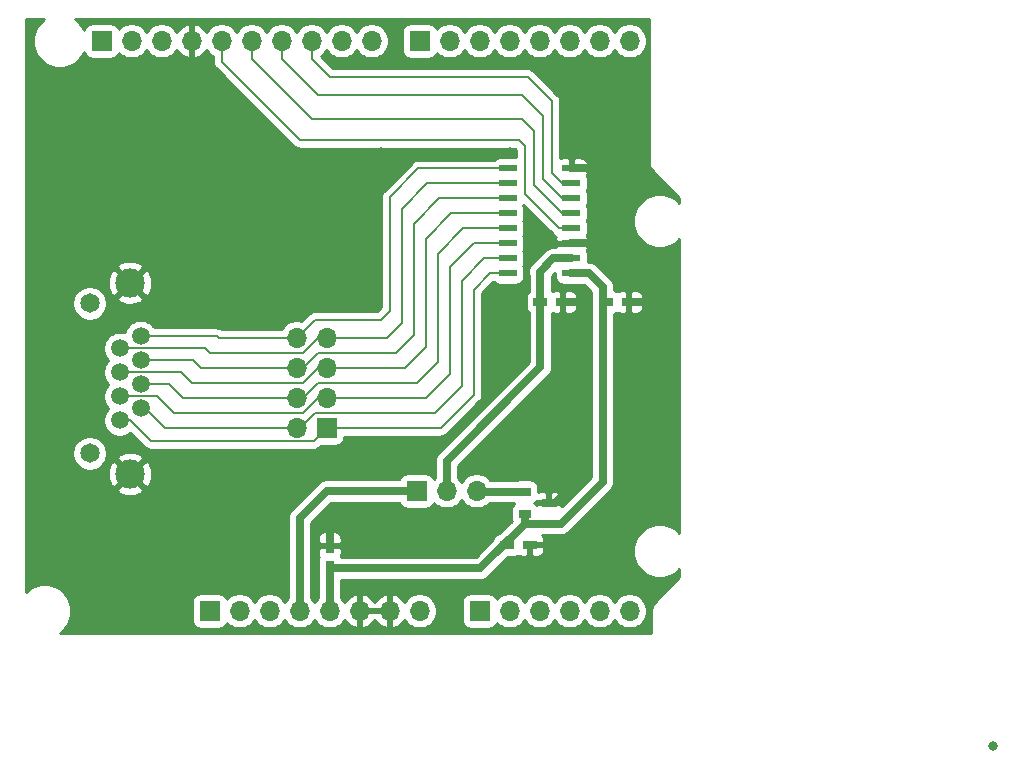
<source format=gbr>
%TF.GenerationSoftware,KiCad,Pcbnew,(5.1.6-0-10_14)*%
%TF.CreationDate,2022-12-11T12:30:35+09:00*%
%TF.ProjectId,MuxReadoutBoard,4d757852-6561-4646-9f75-74426f617264,rev?*%
%TF.SameCoordinates,Original*%
%TF.FileFunction,Copper,L2,Bot*%
%TF.FilePolarity,Positive*%
%FSLAX46Y46*%
G04 Gerber Fmt 4.6, Leading zero omitted, Abs format (unit mm)*
G04 Created by KiCad (PCBNEW (5.1.6-0-10_14)) date 2022-12-11 12:30:35*
%MOMM*%
%LPD*%
G01*
G04 APERTURE LIST*
%TA.AperFunction,SMDPad,CuDef*%
%ADD10R,1.000000X0.800000*%
%TD*%
%TA.AperFunction,SMDPad,CuDef*%
%ADD11R,1.200000X0.750000*%
%TD*%
%TA.AperFunction,ComponentPad*%
%ADD12C,2.475000*%
%TD*%
%TA.AperFunction,ComponentPad*%
%ADD13C,1.650000*%
%TD*%
%TA.AperFunction,ComponentPad*%
%ADD14C,1.509000*%
%TD*%
%TA.AperFunction,ComponentPad*%
%ADD15O,1.700000X1.700000*%
%TD*%
%TA.AperFunction,ComponentPad*%
%ADD16R,1.700000X1.700000*%
%TD*%
%TA.AperFunction,SMDPad,CuDef*%
%ADD17R,1.500000X0.600000*%
%TD*%
%TA.AperFunction,SMDPad,CuDef*%
%ADD18R,0.750000X1.200000*%
%TD*%
%TA.AperFunction,ViaPad*%
%ADD19C,0.800000*%
%TD*%
%TA.AperFunction,Conductor*%
%ADD20C,0.700000*%
%TD*%
%TA.AperFunction,Conductor*%
%ADD21C,0.200000*%
%TD*%
%TA.AperFunction,Conductor*%
%ADD22C,0.250000*%
%TD*%
%TA.AperFunction,Conductor*%
%ADD23C,0.254000*%
%TD*%
G04 APERTURE END LIST*
D10*
%TO.P,U2,3*%
%TO.N,GND*%
X158226000Y-140716000D03*
%TO.P,U2,2*%
%TO.N,+2V5*%
X156226000Y-139766000D03*
%TO.P,U2,1*%
%TO.N,+5V*%
X156226000Y-141666000D03*
%TD*%
D11*
%TO.P,C1,2*%
%TO.N,+5V*%
X163134000Y-123698000D03*
%TO.P,C1,1*%
%TO.N,GND*%
X165034000Y-123698000D03*
%TD*%
D12*
%TO.P,J1,MH4*%
%TO.N,GND*%
X122810000Y-122071000D03*
%TO.P,J1,MH3*%
X122810000Y-138271000D03*
D13*
%TO.P,J1,MH2*%
%TO.N,N/C*%
X119380000Y-123821000D03*
%TO.P,J1,MH1*%
X119380000Y-136521000D03*
D14*
%TO.P,J1,8*%
%TO.N,Net-(J1-Pad8)*%
X123700000Y-126591000D03*
%TO.P,J1,7*%
%TO.N,Net-(J1-Pad7)*%
X121920000Y-127611000D03*
%TO.P,J1,6*%
%TO.N,Net-(J1-Pad6)*%
X123700000Y-128631000D03*
%TO.P,J1,5*%
%TO.N,Net-(J1-Pad5)*%
X121920000Y-129651000D03*
%TO.P,J1,4*%
%TO.N,Net-(J1-Pad4)*%
X123700000Y-130671000D03*
%TO.P,J1,3*%
%TO.N,Net-(J1-Pad3)*%
X121920000Y-131691000D03*
%TO.P,J1,2*%
%TO.N,Net-(J1-Pad2)*%
X123700000Y-132711000D03*
%TO.P,J1,1*%
%TO.N,Net-(J1-Pad1)*%
X121920000Y-133731000D03*
%TD*%
D15*
%TO.P,J5,8*%
%TO.N,Net-(J5-Pad8)*%
X147320000Y-149860000D03*
%TO.P,J5,7*%
%TO.N,GND*%
X144780000Y-149860000D03*
%TO.P,J5,6*%
X142240000Y-149860000D03*
%TO.P,J5,5*%
%TO.N,+5V*%
X139700000Y-149860000D03*
%TO.P,J5,4*%
%TO.N,+3V3*%
X137160000Y-149860000D03*
%TO.P,J5,3*%
%TO.N,Net-(J5-Pad3)*%
X134620000Y-149860000D03*
%TO.P,J5,2*%
%TO.N,Net-(J5-Pad2)*%
X132080000Y-149860000D03*
D16*
%TO.P,J5,1*%
%TO.N,Net-(J5-Pad1)*%
X129540000Y-149860000D03*
%TD*%
D17*
%TO.P,U1,16*%
%TO.N,+5V*%
X160180000Y-121285000D03*
%TO.P,U1,15*%
%TO.N,Net-(C2-Pad1)*%
X160180000Y-120015000D03*
%TO.P,U1,14*%
%TO.N,GND*%
X160180000Y-118745000D03*
%TO.P,U1,13*%
%TO.N,Net-(J3-Pad5)*%
X160180000Y-117475000D03*
%TO.P,U1,12*%
%TO.N,Net-(J3-Pad6)*%
X160180000Y-116205000D03*
%TO.P,U1,11*%
%TO.N,Net-(J3-Pad7)*%
X160180000Y-114935000D03*
%TO.P,U1,10*%
%TO.N,Net-(J3-Pad8)*%
X160180000Y-113665000D03*
%TO.P,U1,9*%
%TO.N,GND*%
X160180000Y-112395000D03*
%TO.P,U1,8*%
%TO.N,Net-(J1-Pad8)*%
X154780000Y-112395000D03*
%TO.P,U1,7*%
%TO.N,Net-(J1-Pad7)*%
X154780000Y-113665000D03*
%TO.P,U1,6*%
%TO.N,Net-(J1-Pad6)*%
X154780000Y-114935000D03*
%TO.P,U1,5*%
%TO.N,Net-(J1-Pad5)*%
X154780000Y-116205000D03*
%TO.P,U1,4*%
%TO.N,Net-(J1-Pad4)*%
X154780000Y-117475000D03*
%TO.P,U1,3*%
%TO.N,Net-(J1-Pad3)*%
X154780000Y-118745000D03*
%TO.P,U1,2*%
%TO.N,Net-(J1-Pad2)*%
X154780000Y-120015000D03*
%TO.P,U1,1*%
%TO.N,Net-(J1-Pad1)*%
X154780000Y-121285000D03*
%TD*%
D15*
%TO.P,J3,10*%
%TO.N,Net-(J3-Pad10)*%
X143256000Y-101600000D03*
%TO.P,J3,9*%
%TO.N,Net-(J3-Pad9)*%
X140716000Y-101600000D03*
%TO.P,J3,8*%
%TO.N,Net-(J3-Pad8)*%
X138176000Y-101600000D03*
%TO.P,J3,7*%
%TO.N,Net-(J3-Pad7)*%
X135636000Y-101600000D03*
%TO.P,J3,6*%
%TO.N,Net-(J3-Pad6)*%
X133096000Y-101600000D03*
%TO.P,J3,5*%
%TO.N,Net-(J3-Pad5)*%
X130556000Y-101600000D03*
%TO.P,J3,4*%
%TO.N,GND*%
X128016000Y-101600000D03*
%TO.P,J3,3*%
%TO.N,Net-(J3-Pad3)*%
X125476000Y-101600000D03*
%TO.P,J3,2*%
%TO.N,Net-(J3-Pad2)*%
X122936000Y-101600000D03*
D16*
%TO.P,J3,1*%
%TO.N,Net-(J3-Pad1)*%
X120396000Y-101600000D03*
%TD*%
D15*
%TO.P,J4,8*%
%TO.N,Net-(J4-Pad8)*%
X165100000Y-101600000D03*
%TO.P,J4,7*%
%TO.N,Net-(J4-Pad7)*%
X162560000Y-101600000D03*
%TO.P,J4,6*%
%TO.N,Net-(J4-Pad6)*%
X160020000Y-101600000D03*
%TO.P,J4,5*%
%TO.N,Net-(J4-Pad5)*%
X157480000Y-101600000D03*
%TO.P,J4,4*%
%TO.N,Net-(J4-Pad4)*%
X154940000Y-101600000D03*
%TO.P,J4,3*%
%TO.N,Net-(J4-Pad3)*%
X152400000Y-101600000D03*
%TO.P,J4,2*%
%TO.N,Net-(J4-Pad2)*%
X149860000Y-101600000D03*
D16*
%TO.P,J4,1*%
%TO.N,Net-(J4-Pad1)*%
X147320000Y-101600000D03*
%TD*%
D15*
%TO.P,J6,6*%
%TO.N,Net-(J6-Pad6)*%
X165100000Y-149860000D03*
%TO.P,J6,5*%
%TO.N,Net-(J6-Pad5)*%
X162560000Y-149860000D03*
%TO.P,J6,4*%
%TO.N,Net-(J6-Pad4)*%
X160020000Y-149860000D03*
%TO.P,J6,3*%
%TO.N,Net-(J6-Pad3)*%
X157480000Y-149860000D03*
%TO.P,J6,2*%
%TO.N,Net-(J6-Pad2)*%
X154940000Y-149860000D03*
D16*
%TO.P,J6,1*%
%TO.N,Net-(J6-Pad1)*%
X152400000Y-149860000D03*
%TD*%
D15*
%TO.P,J2,8*%
%TO.N,Net-(J1-Pad8)*%
X136906000Y-126746000D03*
%TO.P,J2,7*%
%TO.N,Net-(J1-Pad7)*%
X139446000Y-126746000D03*
%TO.P,J2,6*%
%TO.N,Net-(J1-Pad6)*%
X136906000Y-129286000D03*
%TO.P,J2,5*%
%TO.N,Net-(J1-Pad5)*%
X139446000Y-129286000D03*
%TO.P,J2,4*%
%TO.N,Net-(J1-Pad4)*%
X136906000Y-131826000D03*
%TO.P,J2,3*%
%TO.N,Net-(J1-Pad3)*%
X139446000Y-131826000D03*
%TO.P,J2,2*%
%TO.N,Net-(J1-Pad2)*%
X136906000Y-134366000D03*
D16*
%TO.P,J2,1*%
%TO.N,Net-(J1-Pad1)*%
X139446000Y-134366000D03*
%TD*%
D11*
%TO.P,C2,1*%
%TO.N,Net-(C2-Pad1)*%
X157546000Y-123698000D03*
%TO.P,C2,2*%
%TO.N,GND*%
X159446000Y-123698000D03*
%TD*%
D18*
%TO.P,C3,2*%
%TO.N,GND*%
X139700000Y-144338000D03*
%TO.P,C3,1*%
%TO.N,+5V*%
X139700000Y-146238000D03*
%TD*%
D11*
%TO.P,C4,2*%
%TO.N,GND*%
X156652000Y-144272000D03*
%TO.P,C4,1*%
%TO.N,+5V*%
X154752000Y-144272000D03*
%TD*%
D15*
%TO.P,J7,3*%
%TO.N,+2V5*%
X152146000Y-139700000D03*
%TO.P,J7,2*%
%TO.N,Net-(C2-Pad1)*%
X149606000Y-139700000D03*
D16*
%TO.P,J7,1*%
%TO.N,+3V3*%
X147066000Y-139700000D03*
%TD*%
D19*
%TO.N,*%
X195834000Y-161290000D03*
%TO.N,GND*%
X161290000Y-123698000D03*
X161290000Y-132588000D03*
X158242000Y-138684000D03*
X152400000Y-137414000D03*
X156972000Y-132588000D03*
X153924000Y-141986000D03*
X148336000Y-144526000D03*
X142494000Y-144526000D03*
X139700000Y-141986000D03*
X167640000Y-140716000D03*
X167640000Y-130302000D03*
X167640000Y-120904000D03*
X165354000Y-112522000D03*
X165100000Y-104902000D03*
X145288000Y-103378000D03*
X140716000Y-103378000D03*
X116840000Y-105664000D03*
X117094000Y-120396000D03*
X117094000Y-130302000D03*
X117094000Y-139954000D03*
X120396000Y-149860000D03*
X126492000Y-149860000D03*
X130048000Y-142748000D03*
X126492000Y-112522000D03*
X142240000Y-122682000D03*
X154940000Y-110998000D03*
X144018000Y-110998000D03*
X130556000Y-122682000D03*
X159004000Y-144272000D03*
%TD*%
D20*
%TO.N,+5V*%
X139700000Y-149860000D02*
X139700000Y-146238000D01*
X139700000Y-146238000D02*
X152466000Y-146238000D01*
X156226000Y-142478000D02*
X156226000Y-141666000D01*
X152466000Y-146238000D02*
X156226000Y-142478000D01*
X156226000Y-142478000D02*
X159274000Y-142478000D01*
X159274000Y-142478000D02*
X162814000Y-138938000D01*
X162814000Y-138938000D02*
X162814000Y-122428000D01*
X161671000Y-121285000D02*
X160180000Y-121285000D01*
X162814000Y-122428000D02*
X161671000Y-121285000D01*
%TO.N,GND*%
X160180000Y-112395000D02*
X161798000Y-112395000D01*
X160180000Y-118745000D02*
X161798000Y-118745000D01*
X161290000Y-123698000D02*
X161290000Y-123698000D01*
X139700000Y-142494000D02*
X139700000Y-144338000D01*
X158750000Y-140716000D02*
X159766000Y-139700000D01*
X158226000Y-140716000D02*
X158750000Y-140716000D01*
X166878000Y-123698000D02*
X165034000Y-123698000D01*
X161290000Y-123698000D02*
X159446000Y-123698000D01*
D21*
%TO.N,Net-(J1-Pad8)*%
X123700000Y-126591000D02*
X130147000Y-126591000D01*
X130302000Y-126746000D02*
X136906000Y-126746000D01*
X130147000Y-126591000D02*
X130302000Y-126746000D01*
X144018000Y-125222000D02*
X138430000Y-125222000D01*
X144780000Y-124460000D02*
X144018000Y-125222000D01*
X144780000Y-114808000D02*
X144780000Y-124460000D01*
X138430000Y-125222000D02*
X136906000Y-126746000D01*
X147193000Y-112395000D02*
X144780000Y-114808000D01*
X154780000Y-112395000D02*
X147193000Y-112395000D01*
%TO.N,Net-(J1-Pad7)*%
X138684000Y-126746000D02*
X139446000Y-126746000D01*
X129540000Y-128016000D02*
X137414000Y-128016000D01*
X137414000Y-128016000D02*
X138684000Y-126746000D01*
X129135000Y-127611000D02*
X129540000Y-128016000D01*
X121920000Y-127611000D02*
X129135000Y-127611000D01*
X144526000Y-126746000D02*
X139446000Y-126746000D01*
X145796000Y-115824000D02*
X145796000Y-125476000D01*
X145796000Y-125476000D02*
X144526000Y-126746000D01*
X147955000Y-113665000D02*
X145796000Y-115824000D01*
X154780000Y-113665000D02*
X147955000Y-113665000D01*
%TO.N,Net-(J1-Pad6)*%
X123700000Y-128631000D02*
X128123000Y-128631000D01*
X128778000Y-129286000D02*
X136906000Y-129286000D01*
X128123000Y-128631000D02*
X128778000Y-129286000D01*
X137414000Y-129286000D02*
X136906000Y-129286000D01*
X145288000Y-128016000D02*
X138684000Y-128016000D01*
X138684000Y-128016000D02*
X137414000Y-129286000D01*
X146812000Y-126492000D02*
X145288000Y-128016000D01*
X154780000Y-114935000D02*
X148971000Y-114935000D01*
X146812000Y-117094000D02*
X146812000Y-126492000D01*
X148971000Y-114935000D02*
X146812000Y-117094000D01*
%TO.N,Net-(J1-Pad5)*%
X137414000Y-130556000D02*
X138684000Y-129286000D01*
X138684000Y-129286000D02*
X139446000Y-129286000D01*
X128016000Y-130556000D02*
X137414000Y-130556000D01*
X127111000Y-129651000D02*
X128016000Y-130556000D01*
X121920000Y-129651000D02*
X127111000Y-129651000D01*
X146050000Y-129286000D02*
X139446000Y-129286000D01*
X149987000Y-116205000D02*
X147828000Y-118364000D01*
X147828000Y-127508000D02*
X146050000Y-129286000D01*
X147828000Y-118364000D02*
X147828000Y-127508000D01*
X154780000Y-116205000D02*
X149987000Y-116205000D01*
%TO.N,Net-(J1-Pad4)*%
X127254000Y-131826000D02*
X136906000Y-131826000D01*
X126099000Y-130671000D02*
X127254000Y-131826000D01*
X123700000Y-130671000D02*
X126099000Y-130671000D01*
X148844000Y-119634000D02*
X151003000Y-117475000D01*
X147066000Y-130556000D02*
X148844000Y-128778000D01*
X148844000Y-128778000D02*
X148844000Y-119634000D01*
X138684000Y-130556000D02*
X147066000Y-130556000D01*
X151003000Y-117475000D02*
X154780000Y-117475000D01*
X137414000Y-131826000D02*
X138684000Y-130556000D01*
X136906000Y-131826000D02*
X137414000Y-131826000D01*
%TO.N,Net-(J1-Pad3)*%
X138684000Y-131826000D02*
X139446000Y-131826000D01*
X137414000Y-133096000D02*
X138684000Y-131826000D01*
X125087000Y-131691000D02*
X126492000Y-133096000D01*
X126492000Y-133096000D02*
X137414000Y-133096000D01*
X121920000Y-131691000D02*
X125087000Y-131691000D01*
X147828000Y-131826000D02*
X139446000Y-131826000D01*
X149860000Y-129794000D02*
X147828000Y-131826000D01*
X149860000Y-120777000D02*
X149860000Y-129794000D01*
X151892000Y-118745000D02*
X149860000Y-120777000D01*
X154780000Y-118745000D02*
X151892000Y-118745000D01*
D22*
%TO.N,Net-(J1-Pad2)*%
X136773000Y-134233000D02*
X136906000Y-134366000D01*
D21*
X125730000Y-134366000D02*
X136906000Y-134366000D01*
X124075000Y-132711000D02*
X125730000Y-134366000D01*
X123700000Y-132711000D02*
X124075000Y-132711000D01*
X138430000Y-133096000D02*
X137160000Y-134366000D01*
X148590000Y-133096000D02*
X138430000Y-133096000D01*
X150876000Y-121920000D02*
X150876000Y-130810000D01*
X152781000Y-120015000D02*
X150876000Y-121920000D01*
X137160000Y-134366000D02*
X136906000Y-134366000D01*
X150876000Y-130810000D02*
X148590000Y-133096000D01*
X154780000Y-120015000D02*
X152781000Y-120015000D01*
%TO.N,Net-(J1-Pad1)*%
X138343599Y-135468401D02*
X139446000Y-134366000D01*
X124546401Y-135468401D02*
X138343599Y-135468401D01*
X122809000Y-133731000D02*
X124546401Y-135468401D01*
X121920000Y-133731000D02*
X122809000Y-133731000D01*
X151892000Y-122673750D02*
X151892000Y-131572000D01*
X149098000Y-134366000D02*
X139446000Y-134366000D01*
X151892000Y-131572000D02*
X149098000Y-134366000D01*
X153280750Y-121285000D02*
X151892000Y-122673750D01*
X154780000Y-121285000D02*
X153280750Y-121285000D01*
%TO.N,Net-(J3-Pad8)*%
X159385000Y-113665000D02*
X160180000Y-113665000D01*
X158496000Y-112776000D02*
X159385000Y-113665000D01*
X156464000Y-104648000D02*
X158496000Y-106680000D01*
X158496000Y-106680000D02*
X158496000Y-112776000D01*
X139700000Y-104648000D02*
X156464000Y-104648000D01*
X138176000Y-103124000D02*
X139700000Y-104648000D01*
X138176000Y-101600000D02*
X138176000Y-103124000D01*
D20*
%TO.N,+3V3*%
X137160000Y-141986000D02*
X139446000Y-139700000D01*
X139446000Y-139700000D02*
X147066000Y-139700000D01*
X137160000Y-149860000D02*
X137160000Y-141986000D01*
D21*
%TO.N,Net-(J3-Pad7)*%
X155956000Y-106172000D02*
X157734000Y-107950000D01*
X157734000Y-107950000D02*
X157734000Y-113284000D01*
X159385000Y-114935000D02*
X160180000Y-114935000D01*
X157734000Y-113284000D02*
X159385000Y-114935000D01*
X155956000Y-106172000D02*
X138684000Y-106172000D01*
X138684000Y-106172000D02*
X135636000Y-103124000D01*
X135636000Y-103124000D02*
X135636000Y-101600000D01*
%TO.N,Net-(J3-Pad6)*%
X133096000Y-103124000D02*
X133096000Y-101600000D01*
X138176000Y-108204000D02*
X133096000Y-103124000D01*
X155956000Y-108204000D02*
X138176000Y-108204000D01*
X156972000Y-109220000D02*
X155956000Y-108204000D01*
X159385000Y-116205000D02*
X156972000Y-113792000D01*
X156972000Y-113792000D02*
X156972000Y-109220000D01*
X160180000Y-116205000D02*
X159385000Y-116205000D01*
%TO.N,Net-(J3-Pad5)*%
X130556000Y-102870000D02*
X130556000Y-102616000D01*
X130556000Y-101600000D02*
X130556000Y-102870000D01*
X155702000Y-109982000D02*
X137160000Y-109982000D01*
X137160000Y-109982000D02*
X130556000Y-103378000D01*
X156210000Y-114554000D02*
X156210000Y-110490000D01*
X159131000Y-117475000D02*
X156210000Y-114554000D01*
X156210000Y-110490000D02*
X155702000Y-109982000D01*
X130556000Y-103378000D02*
X130556000Y-102870000D01*
X160180000Y-117475000D02*
X159131000Y-117475000D01*
D20*
%TO.N,Net-(C2-Pad1)*%
X160180000Y-120015000D02*
X158623000Y-120015000D01*
X158623000Y-120015000D02*
X157480000Y-121158000D01*
X149606000Y-139700000D02*
X149606000Y-137160000D01*
X157546000Y-129220000D02*
X157546000Y-123698000D01*
X149606000Y-137160000D02*
X157546000Y-129220000D01*
X157546000Y-121224000D02*
X157480000Y-121158000D01*
X157546000Y-123698000D02*
X157546000Y-121224000D01*
%TO.N,+2V5*%
X152212000Y-139766000D02*
X152146000Y-139700000D01*
X156226000Y-139766000D02*
X152212000Y-139766000D01*
%TD*%
D23*
%TO.N,GND*%
G36*
X115401513Y-99847199D02*
G01*
X115087199Y-100161513D01*
X114840244Y-100531108D01*
X114670138Y-100941779D01*
X114583419Y-101377746D01*
X114583419Y-101822254D01*
X114670138Y-102258221D01*
X114840244Y-102668892D01*
X115087199Y-103038487D01*
X115401513Y-103352801D01*
X115771108Y-103599756D01*
X116181779Y-103769862D01*
X116617746Y-103856581D01*
X117062254Y-103856581D01*
X117498221Y-103769862D01*
X117908892Y-103599756D01*
X118278487Y-103352801D01*
X118592801Y-103038487D01*
X118839756Y-102668892D01*
X118912249Y-102493878D01*
X118920188Y-102574482D01*
X118956498Y-102694180D01*
X119015463Y-102804494D01*
X119094815Y-102901185D01*
X119191506Y-102980537D01*
X119301820Y-103039502D01*
X119421518Y-103075812D01*
X119546000Y-103088072D01*
X121246000Y-103088072D01*
X121370482Y-103075812D01*
X121490180Y-103039502D01*
X121600494Y-102980537D01*
X121697185Y-102901185D01*
X121776537Y-102804494D01*
X121835502Y-102694180D01*
X121857513Y-102621620D01*
X121989368Y-102753475D01*
X122232589Y-102915990D01*
X122502842Y-103027932D01*
X122789740Y-103085000D01*
X123082260Y-103085000D01*
X123369158Y-103027932D01*
X123639411Y-102915990D01*
X123882632Y-102753475D01*
X124089475Y-102546632D01*
X124206000Y-102372240D01*
X124322525Y-102546632D01*
X124529368Y-102753475D01*
X124772589Y-102915990D01*
X125042842Y-103027932D01*
X125329740Y-103085000D01*
X125622260Y-103085000D01*
X125909158Y-103027932D01*
X126179411Y-102915990D01*
X126422632Y-102753475D01*
X126629475Y-102546632D01*
X126751195Y-102364466D01*
X126820822Y-102481355D01*
X127015731Y-102697588D01*
X127249080Y-102871641D01*
X127511901Y-102996825D01*
X127659110Y-103041476D01*
X127889000Y-102920155D01*
X127889000Y-101727000D01*
X127869000Y-101727000D01*
X127869000Y-101473000D01*
X127889000Y-101473000D01*
X127889000Y-100279845D01*
X127659110Y-100158524D01*
X127511901Y-100203175D01*
X127249080Y-100328359D01*
X127015731Y-100502412D01*
X126820822Y-100718645D01*
X126751195Y-100835534D01*
X126629475Y-100653368D01*
X126422632Y-100446525D01*
X126179411Y-100284010D01*
X125909158Y-100172068D01*
X125622260Y-100115000D01*
X125329740Y-100115000D01*
X125042842Y-100172068D01*
X124772589Y-100284010D01*
X124529368Y-100446525D01*
X124322525Y-100653368D01*
X124206000Y-100827760D01*
X124089475Y-100653368D01*
X123882632Y-100446525D01*
X123639411Y-100284010D01*
X123369158Y-100172068D01*
X123082260Y-100115000D01*
X122789740Y-100115000D01*
X122502842Y-100172068D01*
X122232589Y-100284010D01*
X121989368Y-100446525D01*
X121857513Y-100578380D01*
X121835502Y-100505820D01*
X121776537Y-100395506D01*
X121697185Y-100298815D01*
X121600494Y-100219463D01*
X121490180Y-100160498D01*
X121370482Y-100124188D01*
X121246000Y-100111928D01*
X119546000Y-100111928D01*
X119421518Y-100124188D01*
X119301820Y-100160498D01*
X119191506Y-100219463D01*
X119094815Y-100298815D01*
X119015463Y-100395506D01*
X118956498Y-100505820D01*
X118920188Y-100625518D01*
X118912249Y-100706122D01*
X118839756Y-100531108D01*
X118592801Y-100161513D01*
X118278487Y-99847199D01*
X118145739Y-99758500D01*
X166751000Y-99758500D01*
X166751000Y-112268000D01*
X166753440Y-112292776D01*
X166760667Y-112316601D01*
X166772403Y-112338557D01*
X166788197Y-112357803D01*
X169291000Y-114860606D01*
X169291000Y-115299712D01*
X169078487Y-115087199D01*
X168708892Y-114840244D01*
X168298221Y-114670138D01*
X167862254Y-114583419D01*
X167417746Y-114583419D01*
X166981779Y-114670138D01*
X166571108Y-114840244D01*
X166201513Y-115087199D01*
X165887199Y-115401513D01*
X165640244Y-115771108D01*
X165470138Y-116181779D01*
X165383419Y-116617746D01*
X165383419Y-117062254D01*
X165470138Y-117498221D01*
X165640244Y-117908892D01*
X165887199Y-118278487D01*
X166201513Y-118592801D01*
X166571108Y-118839756D01*
X166981779Y-119009862D01*
X167417746Y-119096581D01*
X167862254Y-119096581D01*
X168298221Y-119009862D01*
X168708892Y-118839756D01*
X169078487Y-118592801D01*
X169291000Y-118380288D01*
X169291000Y-143239712D01*
X169078487Y-143027199D01*
X168708892Y-142780244D01*
X168298221Y-142610138D01*
X167862254Y-142523419D01*
X167417746Y-142523419D01*
X166981779Y-142610138D01*
X166571108Y-142780244D01*
X166201513Y-143027199D01*
X165887199Y-143341513D01*
X165640244Y-143711108D01*
X165470138Y-144121779D01*
X165383419Y-144557746D01*
X165383419Y-145002254D01*
X165470138Y-145438221D01*
X165640244Y-145848892D01*
X165887199Y-146218487D01*
X166201513Y-146532801D01*
X166571108Y-146779756D01*
X166981779Y-146949862D01*
X167417746Y-147036581D01*
X167862254Y-147036581D01*
X168298221Y-146949862D01*
X168708892Y-146779756D01*
X169078487Y-146532801D01*
X169291000Y-146320288D01*
X169291000Y-147013394D01*
X167042197Y-149262197D01*
X167026403Y-149281443D01*
X167014667Y-149303399D01*
X167007440Y-149327224D01*
X167005000Y-149352000D01*
X167005000Y-149566237D01*
X166991549Y-149591402D01*
X166991549Y-149591403D01*
X166954439Y-149713740D01*
X166951608Y-149723071D01*
X166938122Y-149860000D01*
X166941501Y-149894308D01*
X166941500Y-151701500D01*
X116875739Y-151701500D01*
X117008487Y-151612801D01*
X117322801Y-151298487D01*
X117569756Y-150928892D01*
X117739862Y-150518221D01*
X117826581Y-150082254D01*
X117826581Y-149637746D01*
X117739862Y-149201779D01*
X117660425Y-149010000D01*
X128051928Y-149010000D01*
X128051928Y-150710000D01*
X128064188Y-150834482D01*
X128100498Y-150954180D01*
X128159463Y-151064494D01*
X128238815Y-151161185D01*
X128335506Y-151240537D01*
X128445820Y-151299502D01*
X128565518Y-151335812D01*
X128690000Y-151348072D01*
X130390000Y-151348072D01*
X130514482Y-151335812D01*
X130634180Y-151299502D01*
X130744494Y-151240537D01*
X130841185Y-151161185D01*
X130920537Y-151064494D01*
X130979502Y-150954180D01*
X131001513Y-150881620D01*
X131133368Y-151013475D01*
X131376589Y-151175990D01*
X131646842Y-151287932D01*
X131933740Y-151345000D01*
X132226260Y-151345000D01*
X132513158Y-151287932D01*
X132783411Y-151175990D01*
X133026632Y-151013475D01*
X133233475Y-150806632D01*
X133350000Y-150632240D01*
X133466525Y-150806632D01*
X133673368Y-151013475D01*
X133916589Y-151175990D01*
X134186842Y-151287932D01*
X134473740Y-151345000D01*
X134766260Y-151345000D01*
X135053158Y-151287932D01*
X135323411Y-151175990D01*
X135566632Y-151013475D01*
X135773475Y-150806632D01*
X135890000Y-150632240D01*
X136006525Y-150806632D01*
X136213368Y-151013475D01*
X136456589Y-151175990D01*
X136726842Y-151287932D01*
X137013740Y-151345000D01*
X137306260Y-151345000D01*
X137593158Y-151287932D01*
X137863411Y-151175990D01*
X138106632Y-151013475D01*
X138313475Y-150806632D01*
X138430000Y-150632240D01*
X138546525Y-150806632D01*
X138753368Y-151013475D01*
X138996589Y-151175990D01*
X139266842Y-151287932D01*
X139553740Y-151345000D01*
X139846260Y-151345000D01*
X140133158Y-151287932D01*
X140403411Y-151175990D01*
X140646632Y-151013475D01*
X140853475Y-150806632D01*
X140975195Y-150624466D01*
X141044822Y-150741355D01*
X141239731Y-150957588D01*
X141473080Y-151131641D01*
X141735901Y-151256825D01*
X141883110Y-151301476D01*
X142113000Y-151180155D01*
X142113000Y-149987000D01*
X142367000Y-149987000D01*
X142367000Y-151180155D01*
X142596890Y-151301476D01*
X142744099Y-151256825D01*
X143006920Y-151131641D01*
X143240269Y-150957588D01*
X143435178Y-150741355D01*
X143510000Y-150615745D01*
X143584822Y-150741355D01*
X143779731Y-150957588D01*
X144013080Y-151131641D01*
X144275901Y-151256825D01*
X144423110Y-151301476D01*
X144653000Y-151180155D01*
X144653000Y-149987000D01*
X142367000Y-149987000D01*
X142113000Y-149987000D01*
X142093000Y-149987000D01*
X142093000Y-149733000D01*
X142113000Y-149733000D01*
X142113000Y-148539845D01*
X142367000Y-148539845D01*
X142367000Y-149733000D01*
X144653000Y-149733000D01*
X144653000Y-148539845D01*
X144907000Y-148539845D01*
X144907000Y-149733000D01*
X144927000Y-149733000D01*
X144927000Y-149987000D01*
X144907000Y-149987000D01*
X144907000Y-151180155D01*
X145136890Y-151301476D01*
X145284099Y-151256825D01*
X145546920Y-151131641D01*
X145780269Y-150957588D01*
X145975178Y-150741355D01*
X146044805Y-150624466D01*
X146166525Y-150806632D01*
X146373368Y-151013475D01*
X146616589Y-151175990D01*
X146886842Y-151287932D01*
X147173740Y-151345000D01*
X147466260Y-151345000D01*
X147753158Y-151287932D01*
X148023411Y-151175990D01*
X148266632Y-151013475D01*
X148473475Y-150806632D01*
X148635990Y-150563411D01*
X148747932Y-150293158D01*
X148805000Y-150006260D01*
X148805000Y-149713740D01*
X148747932Y-149426842D01*
X148635990Y-149156589D01*
X148538043Y-149010000D01*
X150911928Y-149010000D01*
X150911928Y-150710000D01*
X150924188Y-150834482D01*
X150960498Y-150954180D01*
X151019463Y-151064494D01*
X151098815Y-151161185D01*
X151195506Y-151240537D01*
X151305820Y-151299502D01*
X151425518Y-151335812D01*
X151550000Y-151348072D01*
X153250000Y-151348072D01*
X153374482Y-151335812D01*
X153494180Y-151299502D01*
X153604494Y-151240537D01*
X153701185Y-151161185D01*
X153780537Y-151064494D01*
X153839502Y-150954180D01*
X153861513Y-150881620D01*
X153993368Y-151013475D01*
X154236589Y-151175990D01*
X154506842Y-151287932D01*
X154793740Y-151345000D01*
X155086260Y-151345000D01*
X155373158Y-151287932D01*
X155643411Y-151175990D01*
X155886632Y-151013475D01*
X156093475Y-150806632D01*
X156210000Y-150632240D01*
X156326525Y-150806632D01*
X156533368Y-151013475D01*
X156776589Y-151175990D01*
X157046842Y-151287932D01*
X157333740Y-151345000D01*
X157626260Y-151345000D01*
X157913158Y-151287932D01*
X158183411Y-151175990D01*
X158426632Y-151013475D01*
X158633475Y-150806632D01*
X158750000Y-150632240D01*
X158866525Y-150806632D01*
X159073368Y-151013475D01*
X159316589Y-151175990D01*
X159586842Y-151287932D01*
X159873740Y-151345000D01*
X160166260Y-151345000D01*
X160453158Y-151287932D01*
X160723411Y-151175990D01*
X160966632Y-151013475D01*
X161173475Y-150806632D01*
X161290000Y-150632240D01*
X161406525Y-150806632D01*
X161613368Y-151013475D01*
X161856589Y-151175990D01*
X162126842Y-151287932D01*
X162413740Y-151345000D01*
X162706260Y-151345000D01*
X162993158Y-151287932D01*
X163263411Y-151175990D01*
X163506632Y-151013475D01*
X163713475Y-150806632D01*
X163830000Y-150632240D01*
X163946525Y-150806632D01*
X164153368Y-151013475D01*
X164396589Y-151175990D01*
X164666842Y-151287932D01*
X164953740Y-151345000D01*
X165246260Y-151345000D01*
X165533158Y-151287932D01*
X165803411Y-151175990D01*
X166046632Y-151013475D01*
X166253475Y-150806632D01*
X166415990Y-150563411D01*
X166527932Y-150293158D01*
X166585000Y-150006260D01*
X166585000Y-149713740D01*
X166527932Y-149426842D01*
X166415990Y-149156589D01*
X166253475Y-148913368D01*
X166046632Y-148706525D01*
X165803411Y-148544010D01*
X165533158Y-148432068D01*
X165246260Y-148375000D01*
X164953740Y-148375000D01*
X164666842Y-148432068D01*
X164396589Y-148544010D01*
X164153368Y-148706525D01*
X163946525Y-148913368D01*
X163830000Y-149087760D01*
X163713475Y-148913368D01*
X163506632Y-148706525D01*
X163263411Y-148544010D01*
X162993158Y-148432068D01*
X162706260Y-148375000D01*
X162413740Y-148375000D01*
X162126842Y-148432068D01*
X161856589Y-148544010D01*
X161613368Y-148706525D01*
X161406525Y-148913368D01*
X161290000Y-149087760D01*
X161173475Y-148913368D01*
X160966632Y-148706525D01*
X160723411Y-148544010D01*
X160453158Y-148432068D01*
X160166260Y-148375000D01*
X159873740Y-148375000D01*
X159586842Y-148432068D01*
X159316589Y-148544010D01*
X159073368Y-148706525D01*
X158866525Y-148913368D01*
X158750000Y-149087760D01*
X158633475Y-148913368D01*
X158426632Y-148706525D01*
X158183411Y-148544010D01*
X157913158Y-148432068D01*
X157626260Y-148375000D01*
X157333740Y-148375000D01*
X157046842Y-148432068D01*
X156776589Y-148544010D01*
X156533368Y-148706525D01*
X156326525Y-148913368D01*
X156210000Y-149087760D01*
X156093475Y-148913368D01*
X155886632Y-148706525D01*
X155643411Y-148544010D01*
X155373158Y-148432068D01*
X155086260Y-148375000D01*
X154793740Y-148375000D01*
X154506842Y-148432068D01*
X154236589Y-148544010D01*
X153993368Y-148706525D01*
X153861513Y-148838380D01*
X153839502Y-148765820D01*
X153780537Y-148655506D01*
X153701185Y-148558815D01*
X153604494Y-148479463D01*
X153494180Y-148420498D01*
X153374482Y-148384188D01*
X153250000Y-148371928D01*
X151550000Y-148371928D01*
X151425518Y-148384188D01*
X151305820Y-148420498D01*
X151195506Y-148479463D01*
X151098815Y-148558815D01*
X151019463Y-148655506D01*
X150960498Y-148765820D01*
X150924188Y-148885518D01*
X150911928Y-149010000D01*
X148538043Y-149010000D01*
X148473475Y-148913368D01*
X148266632Y-148706525D01*
X148023411Y-148544010D01*
X147753158Y-148432068D01*
X147466260Y-148375000D01*
X147173740Y-148375000D01*
X146886842Y-148432068D01*
X146616589Y-148544010D01*
X146373368Y-148706525D01*
X146166525Y-148913368D01*
X146044805Y-149095534D01*
X145975178Y-148978645D01*
X145780269Y-148762412D01*
X145546920Y-148588359D01*
X145284099Y-148463175D01*
X145136890Y-148418524D01*
X144907000Y-148539845D01*
X144653000Y-148539845D01*
X144423110Y-148418524D01*
X144275901Y-148463175D01*
X144013080Y-148588359D01*
X143779731Y-148762412D01*
X143584822Y-148978645D01*
X143510000Y-149104255D01*
X143435178Y-148978645D01*
X143240269Y-148762412D01*
X143006920Y-148588359D01*
X142744099Y-148463175D01*
X142596890Y-148418524D01*
X142367000Y-148539845D01*
X142113000Y-148539845D01*
X141883110Y-148418524D01*
X141735901Y-148463175D01*
X141473080Y-148588359D01*
X141239731Y-148762412D01*
X141044822Y-148978645D01*
X140975195Y-149095534D01*
X140853475Y-148913368D01*
X140685000Y-148744893D01*
X140685000Y-147223000D01*
X152417620Y-147223000D01*
X152466000Y-147227765D01*
X152514380Y-147223000D01*
X152659094Y-147208747D01*
X152844767Y-147152424D01*
X153015884Y-147060960D01*
X153165870Y-146937870D01*
X153196716Y-146900284D01*
X154811928Y-145285072D01*
X155352000Y-145285072D01*
X155476482Y-145272812D01*
X155596180Y-145236502D01*
X155702000Y-145179939D01*
X155807820Y-145236502D01*
X155927518Y-145272812D01*
X156052000Y-145285072D01*
X156366250Y-145282000D01*
X156525000Y-145123250D01*
X156525000Y-144399000D01*
X156779000Y-144399000D01*
X156779000Y-145123250D01*
X156937750Y-145282000D01*
X157252000Y-145285072D01*
X157376482Y-145272812D01*
X157496180Y-145236502D01*
X157606494Y-145177537D01*
X157703185Y-145098185D01*
X157782537Y-145001494D01*
X157841502Y-144891180D01*
X157877812Y-144771482D01*
X157890072Y-144647000D01*
X157887000Y-144557750D01*
X157728250Y-144399000D01*
X156779000Y-144399000D01*
X156525000Y-144399000D01*
X156505000Y-144399000D01*
X156505000Y-144145000D01*
X156525000Y-144145000D01*
X156525000Y-144125000D01*
X156779000Y-144125000D01*
X156779000Y-144145000D01*
X157728250Y-144145000D01*
X157887000Y-143986250D01*
X157890072Y-143897000D01*
X157877812Y-143772518D01*
X157841502Y-143652820D01*
X157782537Y-143542506D01*
X157717288Y-143463000D01*
X159225620Y-143463000D01*
X159274000Y-143467765D01*
X159322380Y-143463000D01*
X159467094Y-143448747D01*
X159652767Y-143392424D01*
X159823884Y-143300960D01*
X159973870Y-143177870D01*
X160004716Y-143140284D01*
X163476284Y-139668716D01*
X163513870Y-139637870D01*
X163636960Y-139487884D01*
X163728424Y-139316767D01*
X163784747Y-139131094D01*
X163799000Y-138986380D01*
X163799000Y-138986379D01*
X163803765Y-138938001D01*
X163799000Y-138889621D01*
X163799000Y-124704670D01*
X163858482Y-124698812D01*
X163978180Y-124662502D01*
X164084000Y-124605939D01*
X164189820Y-124662502D01*
X164309518Y-124698812D01*
X164434000Y-124711072D01*
X164748250Y-124708000D01*
X164907000Y-124549250D01*
X164907000Y-123825000D01*
X165161000Y-123825000D01*
X165161000Y-124549250D01*
X165319750Y-124708000D01*
X165634000Y-124711072D01*
X165758482Y-124698812D01*
X165878180Y-124662502D01*
X165988494Y-124603537D01*
X166085185Y-124524185D01*
X166164537Y-124427494D01*
X166223502Y-124317180D01*
X166259812Y-124197482D01*
X166272072Y-124073000D01*
X166269000Y-123983750D01*
X166110250Y-123825000D01*
X165161000Y-123825000D01*
X164907000Y-123825000D01*
X164887000Y-123825000D01*
X164887000Y-123571000D01*
X164907000Y-123571000D01*
X164907000Y-122846750D01*
X165161000Y-122846750D01*
X165161000Y-123571000D01*
X166110250Y-123571000D01*
X166269000Y-123412250D01*
X166272072Y-123323000D01*
X166259812Y-123198518D01*
X166223502Y-123078820D01*
X166164537Y-122968506D01*
X166085185Y-122871815D01*
X165988494Y-122792463D01*
X165878180Y-122733498D01*
X165758482Y-122697188D01*
X165634000Y-122684928D01*
X165319750Y-122688000D01*
X165161000Y-122846750D01*
X164907000Y-122846750D01*
X164748250Y-122688000D01*
X164434000Y-122684928D01*
X164309518Y-122697188D01*
X164189820Y-122733498D01*
X164084000Y-122790061D01*
X163978180Y-122733498D01*
X163858482Y-122697188D01*
X163799000Y-122691330D01*
X163799000Y-122476379D01*
X163803765Y-122427999D01*
X163784747Y-122234906D01*
X163728424Y-122049233D01*
X163721450Y-122036185D01*
X163636960Y-121878116D01*
X163513870Y-121728130D01*
X163476284Y-121697284D01*
X162401716Y-120622716D01*
X162370870Y-120585130D01*
X162220884Y-120462040D01*
X162049767Y-120370576D01*
X161864094Y-120314253D01*
X161719380Y-120300000D01*
X161671000Y-120295235D01*
X161622620Y-120300000D01*
X161568072Y-120300000D01*
X161568072Y-119715000D01*
X161555812Y-119590518D01*
X161519502Y-119470820D01*
X161470957Y-119380000D01*
X161519502Y-119289180D01*
X161555812Y-119169482D01*
X161568072Y-119045000D01*
X161565000Y-119030750D01*
X161406250Y-118872000D01*
X160307000Y-118872000D01*
X160307000Y-118892000D01*
X160053000Y-118892000D01*
X160053000Y-118872000D01*
X158953750Y-118872000D01*
X158795750Y-119030000D01*
X158671379Y-119030000D01*
X158622999Y-119025235D01*
X158429906Y-119044253D01*
X158244233Y-119100576D01*
X158073116Y-119192040D01*
X157923130Y-119315130D01*
X157892284Y-119352716D01*
X156817706Y-120427294D01*
X156780131Y-120458131D01*
X156749294Y-120495706D01*
X156749290Y-120495710D01*
X156697202Y-120559180D01*
X156657041Y-120608117D01*
X156565576Y-120779234D01*
X156509253Y-120964907D01*
X156490235Y-121158000D01*
X156509253Y-121351093D01*
X156561001Y-121521684D01*
X156561000Y-122817498D01*
X156494815Y-122871815D01*
X156415463Y-122968506D01*
X156356498Y-123078820D01*
X156320188Y-123198518D01*
X156307928Y-123323000D01*
X156307928Y-124073000D01*
X156320188Y-124197482D01*
X156356498Y-124317180D01*
X156415463Y-124427494D01*
X156494815Y-124524185D01*
X156561001Y-124578502D01*
X156561000Y-128811999D01*
X148943711Y-136429289D01*
X148906131Y-136460130D01*
X148783041Y-136610116D01*
X148746966Y-136677608D01*
X148691576Y-136781234D01*
X148635253Y-136966907D01*
X148616235Y-137160000D01*
X148621001Y-137208390D01*
X148621000Y-138584893D01*
X148527513Y-138678380D01*
X148505502Y-138605820D01*
X148446537Y-138495506D01*
X148367185Y-138398815D01*
X148270494Y-138319463D01*
X148160180Y-138260498D01*
X148040482Y-138224188D01*
X147916000Y-138211928D01*
X146216000Y-138211928D01*
X146091518Y-138224188D01*
X145971820Y-138260498D01*
X145861506Y-138319463D01*
X145764815Y-138398815D01*
X145685463Y-138495506D01*
X145626498Y-138605820D01*
X145593379Y-138715000D01*
X139494379Y-138715000D01*
X139445999Y-138710235D01*
X139252905Y-138729253D01*
X139216858Y-138740188D01*
X139067233Y-138785576D01*
X138896116Y-138877040D01*
X138746130Y-139000130D01*
X138715284Y-139037716D01*
X136497711Y-141255289D01*
X136460131Y-141286130D01*
X136337041Y-141436116D01*
X136288152Y-141527581D01*
X136245576Y-141607234D01*
X136189253Y-141792907D01*
X136170235Y-141986000D01*
X136175001Y-142034390D01*
X136175000Y-148744893D01*
X136006525Y-148913368D01*
X135890000Y-149087760D01*
X135773475Y-148913368D01*
X135566632Y-148706525D01*
X135323411Y-148544010D01*
X135053158Y-148432068D01*
X134766260Y-148375000D01*
X134473740Y-148375000D01*
X134186842Y-148432068D01*
X133916589Y-148544010D01*
X133673368Y-148706525D01*
X133466525Y-148913368D01*
X133350000Y-149087760D01*
X133233475Y-148913368D01*
X133026632Y-148706525D01*
X132783411Y-148544010D01*
X132513158Y-148432068D01*
X132226260Y-148375000D01*
X131933740Y-148375000D01*
X131646842Y-148432068D01*
X131376589Y-148544010D01*
X131133368Y-148706525D01*
X131001513Y-148838380D01*
X130979502Y-148765820D01*
X130920537Y-148655506D01*
X130841185Y-148558815D01*
X130744494Y-148479463D01*
X130634180Y-148420498D01*
X130514482Y-148384188D01*
X130390000Y-148371928D01*
X128690000Y-148371928D01*
X128565518Y-148384188D01*
X128445820Y-148420498D01*
X128335506Y-148479463D01*
X128238815Y-148558815D01*
X128159463Y-148655506D01*
X128100498Y-148765820D01*
X128064188Y-148885518D01*
X128051928Y-149010000D01*
X117660425Y-149010000D01*
X117569756Y-148791108D01*
X117322801Y-148421513D01*
X117008487Y-148107199D01*
X116638892Y-147860244D01*
X116228221Y-147690138D01*
X115792254Y-147603419D01*
X115347746Y-147603419D01*
X114911779Y-147690138D01*
X114501108Y-147860244D01*
X114131513Y-148107199D01*
X113982500Y-148256212D01*
X113982500Y-139575699D01*
X121684906Y-139575699D01*
X121809314Y-139864392D01*
X122139397Y-140028999D01*
X122495251Y-140126048D01*
X122863201Y-140151808D01*
X123229106Y-140105290D01*
X123578906Y-139988282D01*
X123810686Y-139864392D01*
X123935094Y-139575699D01*
X122810000Y-138450605D01*
X121684906Y-139575699D01*
X113982500Y-139575699D01*
X113982500Y-138324201D01*
X120929192Y-138324201D01*
X120975710Y-138690106D01*
X121092718Y-139039906D01*
X121216608Y-139271686D01*
X121505301Y-139396094D01*
X122630395Y-138271000D01*
X122989605Y-138271000D01*
X124114699Y-139396094D01*
X124403392Y-139271686D01*
X124567999Y-138941603D01*
X124665048Y-138585749D01*
X124690808Y-138217799D01*
X124644290Y-137851894D01*
X124527282Y-137502094D01*
X124403392Y-137270314D01*
X124114699Y-137145906D01*
X122989605Y-138271000D01*
X122630395Y-138271000D01*
X121505301Y-137145906D01*
X121216608Y-137270314D01*
X121052001Y-137600397D01*
X120954952Y-137956251D01*
X120929192Y-138324201D01*
X113982500Y-138324201D01*
X113982500Y-136377203D01*
X117920000Y-136377203D01*
X117920000Y-136664797D01*
X117976107Y-136946866D01*
X118086165Y-137212569D01*
X118245944Y-137451696D01*
X118449304Y-137655056D01*
X118688431Y-137814835D01*
X118954134Y-137924893D01*
X119236203Y-137981000D01*
X119523797Y-137981000D01*
X119805866Y-137924893D01*
X120071569Y-137814835D01*
X120310696Y-137655056D01*
X120514056Y-137451696D01*
X120673835Y-137212569D01*
X120775842Y-136966301D01*
X121684906Y-136966301D01*
X122810000Y-138091395D01*
X123935094Y-136966301D01*
X123810686Y-136677608D01*
X123480603Y-136513001D01*
X123124749Y-136415952D01*
X122756799Y-136390192D01*
X122390894Y-136436710D01*
X122041094Y-136553718D01*
X121809314Y-136677608D01*
X121684906Y-136966301D01*
X120775842Y-136966301D01*
X120783893Y-136946866D01*
X120840000Y-136664797D01*
X120840000Y-136377203D01*
X120783893Y-136095134D01*
X120673835Y-135829431D01*
X120514056Y-135590304D01*
X120310696Y-135386944D01*
X120071569Y-135227165D01*
X119805866Y-135117107D01*
X119523797Y-135061000D01*
X119236203Y-135061000D01*
X118954134Y-135117107D01*
X118688431Y-135227165D01*
X118449304Y-135386944D01*
X118245944Y-135590304D01*
X118086165Y-135829431D01*
X117976107Y-136095134D01*
X117920000Y-136377203D01*
X113982500Y-136377203D01*
X113982500Y-127474146D01*
X120530500Y-127474146D01*
X120530500Y-127747854D01*
X120583898Y-128016302D01*
X120688641Y-128269175D01*
X120840705Y-128496754D01*
X120974951Y-128631000D01*
X120840705Y-128765246D01*
X120688641Y-128992825D01*
X120583898Y-129245698D01*
X120530500Y-129514146D01*
X120530500Y-129787854D01*
X120583898Y-130056302D01*
X120688641Y-130309175D01*
X120840705Y-130536754D01*
X120974951Y-130671000D01*
X120840705Y-130805246D01*
X120688641Y-131032825D01*
X120583898Y-131285698D01*
X120530500Y-131554146D01*
X120530500Y-131827854D01*
X120583898Y-132096302D01*
X120688641Y-132349175D01*
X120840705Y-132576754D01*
X120974951Y-132711000D01*
X120840705Y-132845246D01*
X120688641Y-133072825D01*
X120583898Y-133325698D01*
X120530500Y-133594146D01*
X120530500Y-133867854D01*
X120583898Y-134136302D01*
X120688641Y-134389175D01*
X120840705Y-134616754D01*
X121034246Y-134810295D01*
X121261825Y-134962359D01*
X121514698Y-135067102D01*
X121783146Y-135120500D01*
X122056854Y-135120500D01*
X122325302Y-135067102D01*
X122578175Y-134962359D01*
X122805754Y-134810295D01*
X122827301Y-134788748D01*
X124001147Y-135962594D01*
X124024163Y-135990639D01*
X124136081Y-136082488D01*
X124263768Y-136150738D01*
X124360287Y-136180017D01*
X124402315Y-136192766D01*
X124546400Y-136206957D01*
X124582505Y-136203401D01*
X138307494Y-136203401D01*
X138343599Y-136206957D01*
X138379704Y-136203401D01*
X138487684Y-136192766D01*
X138626232Y-136150738D01*
X138753919Y-136082488D01*
X138865837Y-135990639D01*
X138888857Y-135962589D01*
X138997374Y-135854072D01*
X140296000Y-135854072D01*
X140420482Y-135841812D01*
X140540180Y-135805502D01*
X140650494Y-135746537D01*
X140747185Y-135667185D01*
X140826537Y-135570494D01*
X140885502Y-135460180D01*
X140921812Y-135340482D01*
X140934072Y-135216000D01*
X140934072Y-135101000D01*
X149061895Y-135101000D01*
X149098000Y-135104556D01*
X149134105Y-135101000D01*
X149242085Y-135090365D01*
X149380633Y-135048337D01*
X149508320Y-134980087D01*
X149620238Y-134888238D01*
X149643259Y-134860187D01*
X152386193Y-132117254D01*
X152414238Y-132094238D01*
X152506087Y-131982320D01*
X152548827Y-131902359D01*
X152574337Y-131854634D01*
X152616365Y-131716085D01*
X152630556Y-131572000D01*
X152627000Y-131535895D01*
X152627000Y-122978196D01*
X153574396Y-122030801D01*
X153578815Y-122036185D01*
X153675506Y-122115537D01*
X153785820Y-122174502D01*
X153905518Y-122210812D01*
X154030000Y-122223072D01*
X155530000Y-122223072D01*
X155654482Y-122210812D01*
X155774180Y-122174502D01*
X155884494Y-122115537D01*
X155981185Y-122036185D01*
X156060537Y-121939494D01*
X156119502Y-121829180D01*
X156155812Y-121709482D01*
X156168072Y-121585000D01*
X156168072Y-120985000D01*
X156155812Y-120860518D01*
X156119502Y-120740820D01*
X156070957Y-120650000D01*
X156119502Y-120559180D01*
X156155812Y-120439482D01*
X156168072Y-120315000D01*
X156168072Y-119715000D01*
X156155812Y-119590518D01*
X156119502Y-119470820D01*
X156070957Y-119380000D01*
X156119502Y-119289180D01*
X156155812Y-119169482D01*
X156168072Y-119045000D01*
X156168072Y-118445000D01*
X156155812Y-118320518D01*
X156119502Y-118200820D01*
X156070957Y-118110000D01*
X156119502Y-118019180D01*
X156155812Y-117899482D01*
X156168072Y-117775000D01*
X156168072Y-117175000D01*
X156155812Y-117050518D01*
X156119502Y-116930820D01*
X156070957Y-116840000D01*
X156119502Y-116749180D01*
X156155812Y-116629482D01*
X156168072Y-116505000D01*
X156168072Y-115905000D01*
X156155812Y-115780518D01*
X156119502Y-115660820D01*
X156070957Y-115570000D01*
X156111223Y-115494669D01*
X158585746Y-117969193D01*
X158608762Y-117997238D01*
X158720680Y-118089087D01*
X158848367Y-118157337D01*
X158861596Y-118161350D01*
X158840498Y-118200820D01*
X158804188Y-118320518D01*
X158791928Y-118445000D01*
X158795000Y-118459250D01*
X158953750Y-118618000D01*
X160053000Y-118618000D01*
X160053000Y-118598000D01*
X160307000Y-118598000D01*
X160307000Y-118618000D01*
X161406250Y-118618000D01*
X161565000Y-118459250D01*
X161568072Y-118445000D01*
X161555812Y-118320518D01*
X161519502Y-118200820D01*
X161470957Y-118110000D01*
X161519502Y-118019180D01*
X161555812Y-117899482D01*
X161568072Y-117775000D01*
X161568072Y-117175000D01*
X161555812Y-117050518D01*
X161519502Y-116930820D01*
X161470957Y-116840000D01*
X161519502Y-116749180D01*
X161555812Y-116629482D01*
X161568072Y-116505000D01*
X161568072Y-115905000D01*
X161555812Y-115780518D01*
X161519502Y-115660820D01*
X161470957Y-115570000D01*
X161519502Y-115479180D01*
X161555812Y-115359482D01*
X161568072Y-115235000D01*
X161568072Y-114635000D01*
X161555812Y-114510518D01*
X161519502Y-114390820D01*
X161470957Y-114300000D01*
X161519502Y-114209180D01*
X161555812Y-114089482D01*
X161568072Y-113965000D01*
X161568072Y-113365000D01*
X161555812Y-113240518D01*
X161519502Y-113120820D01*
X161470957Y-113030000D01*
X161519502Y-112939180D01*
X161555812Y-112819482D01*
X161568072Y-112695000D01*
X161565000Y-112680750D01*
X161406250Y-112522000D01*
X160307000Y-112522000D01*
X160307000Y-112542000D01*
X160053000Y-112542000D01*
X160053000Y-112522000D01*
X160033000Y-112522000D01*
X160033000Y-112268000D01*
X160053000Y-112268000D01*
X160053000Y-111618750D01*
X160307000Y-111618750D01*
X160307000Y-112268000D01*
X161406250Y-112268000D01*
X161565000Y-112109250D01*
X161568072Y-112095000D01*
X161555812Y-111970518D01*
X161519502Y-111850820D01*
X161460537Y-111740506D01*
X161381185Y-111643815D01*
X161284494Y-111564463D01*
X161174180Y-111505498D01*
X161054482Y-111469188D01*
X160930000Y-111456928D01*
X160465750Y-111460000D01*
X160307000Y-111618750D01*
X160053000Y-111618750D01*
X159894250Y-111460000D01*
X159430000Y-111456928D01*
X159305518Y-111469188D01*
X159231000Y-111491793D01*
X159231000Y-106716105D01*
X159234556Y-106680000D01*
X159220365Y-106535915D01*
X159178337Y-106397368D01*
X159178337Y-106397367D01*
X159110087Y-106269680D01*
X159066117Y-106216103D01*
X159041253Y-106185806D01*
X159041250Y-106185803D01*
X159018237Y-106157762D01*
X158990197Y-106134750D01*
X157009258Y-104153812D01*
X156986238Y-104125762D01*
X156874320Y-104033913D01*
X156746633Y-103965663D01*
X156608085Y-103923635D01*
X156500105Y-103913000D01*
X156464000Y-103909444D01*
X156427895Y-103913000D01*
X140004447Y-103913000D01*
X138956157Y-102864710D01*
X139122632Y-102753475D01*
X139329475Y-102546632D01*
X139446000Y-102372240D01*
X139562525Y-102546632D01*
X139769368Y-102753475D01*
X140012589Y-102915990D01*
X140282842Y-103027932D01*
X140569740Y-103085000D01*
X140862260Y-103085000D01*
X141149158Y-103027932D01*
X141419411Y-102915990D01*
X141662632Y-102753475D01*
X141869475Y-102546632D01*
X141986000Y-102372240D01*
X142102525Y-102546632D01*
X142309368Y-102753475D01*
X142552589Y-102915990D01*
X142822842Y-103027932D01*
X143109740Y-103085000D01*
X143402260Y-103085000D01*
X143689158Y-103027932D01*
X143959411Y-102915990D01*
X144202632Y-102753475D01*
X144409475Y-102546632D01*
X144571990Y-102303411D01*
X144683932Y-102033158D01*
X144741000Y-101746260D01*
X144741000Y-101453740D01*
X144683932Y-101166842D01*
X144571990Y-100896589D01*
X144474043Y-100750000D01*
X145831928Y-100750000D01*
X145831928Y-102450000D01*
X145844188Y-102574482D01*
X145880498Y-102694180D01*
X145939463Y-102804494D01*
X146018815Y-102901185D01*
X146115506Y-102980537D01*
X146225820Y-103039502D01*
X146345518Y-103075812D01*
X146470000Y-103088072D01*
X148170000Y-103088072D01*
X148294482Y-103075812D01*
X148414180Y-103039502D01*
X148524494Y-102980537D01*
X148621185Y-102901185D01*
X148700537Y-102804494D01*
X148759502Y-102694180D01*
X148781513Y-102621620D01*
X148913368Y-102753475D01*
X149156589Y-102915990D01*
X149426842Y-103027932D01*
X149713740Y-103085000D01*
X150006260Y-103085000D01*
X150293158Y-103027932D01*
X150563411Y-102915990D01*
X150806632Y-102753475D01*
X151013475Y-102546632D01*
X151130000Y-102372240D01*
X151246525Y-102546632D01*
X151453368Y-102753475D01*
X151696589Y-102915990D01*
X151966842Y-103027932D01*
X152253740Y-103085000D01*
X152546260Y-103085000D01*
X152833158Y-103027932D01*
X153103411Y-102915990D01*
X153346632Y-102753475D01*
X153553475Y-102546632D01*
X153670000Y-102372240D01*
X153786525Y-102546632D01*
X153993368Y-102753475D01*
X154236589Y-102915990D01*
X154506842Y-103027932D01*
X154793740Y-103085000D01*
X155086260Y-103085000D01*
X155373158Y-103027932D01*
X155643411Y-102915990D01*
X155886632Y-102753475D01*
X156093475Y-102546632D01*
X156210000Y-102372240D01*
X156326525Y-102546632D01*
X156533368Y-102753475D01*
X156776589Y-102915990D01*
X157046842Y-103027932D01*
X157333740Y-103085000D01*
X157626260Y-103085000D01*
X157913158Y-103027932D01*
X158183411Y-102915990D01*
X158426632Y-102753475D01*
X158633475Y-102546632D01*
X158750000Y-102372240D01*
X158866525Y-102546632D01*
X159073368Y-102753475D01*
X159316589Y-102915990D01*
X159586842Y-103027932D01*
X159873740Y-103085000D01*
X160166260Y-103085000D01*
X160453158Y-103027932D01*
X160723411Y-102915990D01*
X160966632Y-102753475D01*
X161173475Y-102546632D01*
X161290000Y-102372240D01*
X161406525Y-102546632D01*
X161613368Y-102753475D01*
X161856589Y-102915990D01*
X162126842Y-103027932D01*
X162413740Y-103085000D01*
X162706260Y-103085000D01*
X162993158Y-103027932D01*
X163263411Y-102915990D01*
X163506632Y-102753475D01*
X163713475Y-102546632D01*
X163830000Y-102372240D01*
X163946525Y-102546632D01*
X164153368Y-102753475D01*
X164396589Y-102915990D01*
X164666842Y-103027932D01*
X164953740Y-103085000D01*
X165246260Y-103085000D01*
X165533158Y-103027932D01*
X165803411Y-102915990D01*
X166046632Y-102753475D01*
X166253475Y-102546632D01*
X166415990Y-102303411D01*
X166527932Y-102033158D01*
X166585000Y-101746260D01*
X166585000Y-101453740D01*
X166527932Y-101166842D01*
X166415990Y-100896589D01*
X166253475Y-100653368D01*
X166046632Y-100446525D01*
X165803411Y-100284010D01*
X165533158Y-100172068D01*
X165246260Y-100115000D01*
X164953740Y-100115000D01*
X164666842Y-100172068D01*
X164396589Y-100284010D01*
X164153368Y-100446525D01*
X163946525Y-100653368D01*
X163830000Y-100827760D01*
X163713475Y-100653368D01*
X163506632Y-100446525D01*
X163263411Y-100284010D01*
X162993158Y-100172068D01*
X162706260Y-100115000D01*
X162413740Y-100115000D01*
X162126842Y-100172068D01*
X161856589Y-100284010D01*
X161613368Y-100446525D01*
X161406525Y-100653368D01*
X161290000Y-100827760D01*
X161173475Y-100653368D01*
X160966632Y-100446525D01*
X160723411Y-100284010D01*
X160453158Y-100172068D01*
X160166260Y-100115000D01*
X159873740Y-100115000D01*
X159586842Y-100172068D01*
X159316589Y-100284010D01*
X159073368Y-100446525D01*
X158866525Y-100653368D01*
X158750000Y-100827760D01*
X158633475Y-100653368D01*
X158426632Y-100446525D01*
X158183411Y-100284010D01*
X157913158Y-100172068D01*
X157626260Y-100115000D01*
X157333740Y-100115000D01*
X157046842Y-100172068D01*
X156776589Y-100284010D01*
X156533368Y-100446525D01*
X156326525Y-100653368D01*
X156210000Y-100827760D01*
X156093475Y-100653368D01*
X155886632Y-100446525D01*
X155643411Y-100284010D01*
X155373158Y-100172068D01*
X155086260Y-100115000D01*
X154793740Y-100115000D01*
X154506842Y-100172068D01*
X154236589Y-100284010D01*
X153993368Y-100446525D01*
X153786525Y-100653368D01*
X153670000Y-100827760D01*
X153553475Y-100653368D01*
X153346632Y-100446525D01*
X153103411Y-100284010D01*
X152833158Y-100172068D01*
X152546260Y-100115000D01*
X152253740Y-100115000D01*
X151966842Y-100172068D01*
X151696589Y-100284010D01*
X151453368Y-100446525D01*
X151246525Y-100653368D01*
X151130000Y-100827760D01*
X151013475Y-100653368D01*
X150806632Y-100446525D01*
X150563411Y-100284010D01*
X150293158Y-100172068D01*
X150006260Y-100115000D01*
X149713740Y-100115000D01*
X149426842Y-100172068D01*
X149156589Y-100284010D01*
X148913368Y-100446525D01*
X148781513Y-100578380D01*
X148759502Y-100505820D01*
X148700537Y-100395506D01*
X148621185Y-100298815D01*
X148524494Y-100219463D01*
X148414180Y-100160498D01*
X148294482Y-100124188D01*
X148170000Y-100111928D01*
X146470000Y-100111928D01*
X146345518Y-100124188D01*
X146225820Y-100160498D01*
X146115506Y-100219463D01*
X146018815Y-100298815D01*
X145939463Y-100395506D01*
X145880498Y-100505820D01*
X145844188Y-100625518D01*
X145831928Y-100750000D01*
X144474043Y-100750000D01*
X144409475Y-100653368D01*
X144202632Y-100446525D01*
X143959411Y-100284010D01*
X143689158Y-100172068D01*
X143402260Y-100115000D01*
X143109740Y-100115000D01*
X142822842Y-100172068D01*
X142552589Y-100284010D01*
X142309368Y-100446525D01*
X142102525Y-100653368D01*
X141986000Y-100827760D01*
X141869475Y-100653368D01*
X141662632Y-100446525D01*
X141419411Y-100284010D01*
X141149158Y-100172068D01*
X140862260Y-100115000D01*
X140569740Y-100115000D01*
X140282842Y-100172068D01*
X140012589Y-100284010D01*
X139769368Y-100446525D01*
X139562525Y-100653368D01*
X139446000Y-100827760D01*
X139329475Y-100653368D01*
X139122632Y-100446525D01*
X138879411Y-100284010D01*
X138609158Y-100172068D01*
X138322260Y-100115000D01*
X138029740Y-100115000D01*
X137742842Y-100172068D01*
X137472589Y-100284010D01*
X137229368Y-100446525D01*
X137022525Y-100653368D01*
X136906000Y-100827760D01*
X136789475Y-100653368D01*
X136582632Y-100446525D01*
X136339411Y-100284010D01*
X136069158Y-100172068D01*
X135782260Y-100115000D01*
X135489740Y-100115000D01*
X135202842Y-100172068D01*
X134932589Y-100284010D01*
X134689368Y-100446525D01*
X134482525Y-100653368D01*
X134366000Y-100827760D01*
X134249475Y-100653368D01*
X134042632Y-100446525D01*
X133799411Y-100284010D01*
X133529158Y-100172068D01*
X133242260Y-100115000D01*
X132949740Y-100115000D01*
X132662842Y-100172068D01*
X132392589Y-100284010D01*
X132149368Y-100446525D01*
X131942525Y-100653368D01*
X131826000Y-100827760D01*
X131709475Y-100653368D01*
X131502632Y-100446525D01*
X131259411Y-100284010D01*
X130989158Y-100172068D01*
X130702260Y-100115000D01*
X130409740Y-100115000D01*
X130122842Y-100172068D01*
X129852589Y-100284010D01*
X129609368Y-100446525D01*
X129402525Y-100653368D01*
X129280805Y-100835534D01*
X129211178Y-100718645D01*
X129016269Y-100502412D01*
X128782920Y-100328359D01*
X128520099Y-100203175D01*
X128372890Y-100158524D01*
X128143000Y-100279845D01*
X128143000Y-101473000D01*
X128163000Y-101473000D01*
X128163000Y-101727000D01*
X128143000Y-101727000D01*
X128143000Y-102920155D01*
X128372890Y-103041476D01*
X128520099Y-102996825D01*
X128782920Y-102871641D01*
X129016269Y-102697588D01*
X129211178Y-102481355D01*
X129280805Y-102364466D01*
X129402525Y-102546632D01*
X129609368Y-102753475D01*
X129821000Y-102894883D01*
X129821000Y-103341895D01*
X129817444Y-103378000D01*
X129821000Y-103414104D01*
X129831635Y-103522084D01*
X129873663Y-103660632D01*
X129941913Y-103788319D01*
X130033762Y-103900237D01*
X130061808Y-103923254D01*
X136614746Y-110476193D01*
X136637762Y-110504238D01*
X136749680Y-110596087D01*
X136877367Y-110664337D01*
X137015915Y-110706365D01*
X137123895Y-110717000D01*
X137123904Y-110717000D01*
X137159999Y-110720555D01*
X137196094Y-110717000D01*
X155397554Y-110717000D01*
X155475001Y-110794447D01*
X155475001Y-111456928D01*
X154030000Y-111456928D01*
X153905518Y-111469188D01*
X153785820Y-111505498D01*
X153675506Y-111564463D01*
X153578815Y-111643815D01*
X153565532Y-111660000D01*
X147229094Y-111660000D01*
X147192999Y-111656445D01*
X147156904Y-111660000D01*
X147156895Y-111660000D01*
X147048915Y-111670635D01*
X146910367Y-111712663D01*
X146782680Y-111780913D01*
X146670762Y-111872762D01*
X146647746Y-111900807D01*
X144285808Y-114262746D01*
X144257762Y-114285763D01*
X144165913Y-114397681D01*
X144097663Y-114525368D01*
X144077811Y-114590812D01*
X144055635Y-114663915D01*
X144041444Y-114808000D01*
X144045000Y-114844105D01*
X144045001Y-124155552D01*
X143713554Y-124487000D01*
X138466094Y-124487000D01*
X138429999Y-124483445D01*
X138393904Y-124487000D01*
X138393895Y-124487000D01*
X138285915Y-124497635D01*
X138147367Y-124539663D01*
X138019680Y-124607913D01*
X137907762Y-124699762D01*
X137884746Y-124727807D01*
X137301897Y-125310656D01*
X137052260Y-125261000D01*
X136759740Y-125261000D01*
X136472842Y-125318068D01*
X136202589Y-125430010D01*
X135959368Y-125592525D01*
X135752525Y-125799368D01*
X135611117Y-126011000D01*
X130598855Y-126011000D01*
X130557320Y-125976913D01*
X130429633Y-125908663D01*
X130291085Y-125866635D01*
X130183105Y-125856000D01*
X130147000Y-125852444D01*
X130110895Y-125856000D01*
X124880026Y-125856000D01*
X124779295Y-125705246D01*
X124585754Y-125511705D01*
X124358175Y-125359641D01*
X124105302Y-125254898D01*
X123836854Y-125201500D01*
X123563146Y-125201500D01*
X123294698Y-125254898D01*
X123041825Y-125359641D01*
X122814246Y-125511705D01*
X122620705Y-125705246D01*
X122468641Y-125932825D01*
X122363898Y-126185698D01*
X122344568Y-126282878D01*
X122325302Y-126274898D01*
X122056854Y-126221500D01*
X121783146Y-126221500D01*
X121514698Y-126274898D01*
X121261825Y-126379641D01*
X121034246Y-126531705D01*
X120840705Y-126725246D01*
X120688641Y-126952825D01*
X120583898Y-127205698D01*
X120530500Y-127474146D01*
X113982500Y-127474146D01*
X113982500Y-123677203D01*
X117920000Y-123677203D01*
X117920000Y-123964797D01*
X117976107Y-124246866D01*
X118086165Y-124512569D01*
X118245944Y-124751696D01*
X118449304Y-124955056D01*
X118688431Y-125114835D01*
X118954134Y-125224893D01*
X119236203Y-125281000D01*
X119523797Y-125281000D01*
X119805866Y-125224893D01*
X120071569Y-125114835D01*
X120310696Y-124955056D01*
X120514056Y-124751696D01*
X120673835Y-124512569D01*
X120783893Y-124246866D01*
X120840000Y-123964797D01*
X120840000Y-123677203D01*
X120783893Y-123395134D01*
X120775843Y-123375699D01*
X121684906Y-123375699D01*
X121809314Y-123664392D01*
X122139397Y-123828999D01*
X122495251Y-123926048D01*
X122863201Y-123951808D01*
X123229106Y-123905290D01*
X123578906Y-123788282D01*
X123810686Y-123664392D01*
X123935094Y-123375699D01*
X122810000Y-122250605D01*
X121684906Y-123375699D01*
X120775843Y-123375699D01*
X120673835Y-123129431D01*
X120514056Y-122890304D01*
X120310696Y-122686944D01*
X120071569Y-122527165D01*
X119805866Y-122417107D01*
X119523797Y-122361000D01*
X119236203Y-122361000D01*
X118954134Y-122417107D01*
X118688431Y-122527165D01*
X118449304Y-122686944D01*
X118245944Y-122890304D01*
X118086165Y-123129431D01*
X117976107Y-123395134D01*
X117920000Y-123677203D01*
X113982500Y-123677203D01*
X113982500Y-122124201D01*
X120929192Y-122124201D01*
X120975710Y-122490106D01*
X121092718Y-122839906D01*
X121216608Y-123071686D01*
X121505301Y-123196094D01*
X122630395Y-122071000D01*
X122989605Y-122071000D01*
X124114699Y-123196094D01*
X124403392Y-123071686D01*
X124567999Y-122741603D01*
X124665048Y-122385749D01*
X124690808Y-122017799D01*
X124644290Y-121651894D01*
X124527282Y-121302094D01*
X124403392Y-121070314D01*
X124114699Y-120945906D01*
X122989605Y-122071000D01*
X122630395Y-122071000D01*
X121505301Y-120945906D01*
X121216608Y-121070314D01*
X121052001Y-121400397D01*
X120954952Y-121756251D01*
X120929192Y-122124201D01*
X113982500Y-122124201D01*
X113982500Y-120766301D01*
X121684906Y-120766301D01*
X122810000Y-121891395D01*
X123935094Y-120766301D01*
X123810686Y-120477608D01*
X123480603Y-120313001D01*
X123124749Y-120215952D01*
X122756799Y-120190192D01*
X122390894Y-120236710D01*
X122041094Y-120353718D01*
X121809314Y-120477608D01*
X121684906Y-120766301D01*
X113982500Y-120766301D01*
X113982500Y-99758500D01*
X115534261Y-99758500D01*
X115401513Y-99847199D01*
G37*
X115401513Y-99847199D02*
X115087199Y-100161513D01*
X114840244Y-100531108D01*
X114670138Y-100941779D01*
X114583419Y-101377746D01*
X114583419Y-101822254D01*
X114670138Y-102258221D01*
X114840244Y-102668892D01*
X115087199Y-103038487D01*
X115401513Y-103352801D01*
X115771108Y-103599756D01*
X116181779Y-103769862D01*
X116617746Y-103856581D01*
X117062254Y-103856581D01*
X117498221Y-103769862D01*
X117908892Y-103599756D01*
X118278487Y-103352801D01*
X118592801Y-103038487D01*
X118839756Y-102668892D01*
X118912249Y-102493878D01*
X118920188Y-102574482D01*
X118956498Y-102694180D01*
X119015463Y-102804494D01*
X119094815Y-102901185D01*
X119191506Y-102980537D01*
X119301820Y-103039502D01*
X119421518Y-103075812D01*
X119546000Y-103088072D01*
X121246000Y-103088072D01*
X121370482Y-103075812D01*
X121490180Y-103039502D01*
X121600494Y-102980537D01*
X121697185Y-102901185D01*
X121776537Y-102804494D01*
X121835502Y-102694180D01*
X121857513Y-102621620D01*
X121989368Y-102753475D01*
X122232589Y-102915990D01*
X122502842Y-103027932D01*
X122789740Y-103085000D01*
X123082260Y-103085000D01*
X123369158Y-103027932D01*
X123639411Y-102915990D01*
X123882632Y-102753475D01*
X124089475Y-102546632D01*
X124206000Y-102372240D01*
X124322525Y-102546632D01*
X124529368Y-102753475D01*
X124772589Y-102915990D01*
X125042842Y-103027932D01*
X125329740Y-103085000D01*
X125622260Y-103085000D01*
X125909158Y-103027932D01*
X126179411Y-102915990D01*
X126422632Y-102753475D01*
X126629475Y-102546632D01*
X126751195Y-102364466D01*
X126820822Y-102481355D01*
X127015731Y-102697588D01*
X127249080Y-102871641D01*
X127511901Y-102996825D01*
X127659110Y-103041476D01*
X127889000Y-102920155D01*
X127889000Y-101727000D01*
X127869000Y-101727000D01*
X127869000Y-101473000D01*
X127889000Y-101473000D01*
X127889000Y-100279845D01*
X127659110Y-100158524D01*
X127511901Y-100203175D01*
X127249080Y-100328359D01*
X127015731Y-100502412D01*
X126820822Y-100718645D01*
X126751195Y-100835534D01*
X126629475Y-100653368D01*
X126422632Y-100446525D01*
X126179411Y-100284010D01*
X125909158Y-100172068D01*
X125622260Y-100115000D01*
X125329740Y-100115000D01*
X125042842Y-100172068D01*
X124772589Y-100284010D01*
X124529368Y-100446525D01*
X124322525Y-100653368D01*
X124206000Y-100827760D01*
X124089475Y-100653368D01*
X123882632Y-100446525D01*
X123639411Y-100284010D01*
X123369158Y-100172068D01*
X123082260Y-100115000D01*
X122789740Y-100115000D01*
X122502842Y-100172068D01*
X122232589Y-100284010D01*
X121989368Y-100446525D01*
X121857513Y-100578380D01*
X121835502Y-100505820D01*
X121776537Y-100395506D01*
X121697185Y-100298815D01*
X121600494Y-100219463D01*
X121490180Y-100160498D01*
X121370482Y-100124188D01*
X121246000Y-100111928D01*
X119546000Y-100111928D01*
X119421518Y-100124188D01*
X119301820Y-100160498D01*
X119191506Y-100219463D01*
X119094815Y-100298815D01*
X119015463Y-100395506D01*
X118956498Y-100505820D01*
X118920188Y-100625518D01*
X118912249Y-100706122D01*
X118839756Y-100531108D01*
X118592801Y-100161513D01*
X118278487Y-99847199D01*
X118145739Y-99758500D01*
X166751000Y-99758500D01*
X166751000Y-112268000D01*
X166753440Y-112292776D01*
X166760667Y-112316601D01*
X166772403Y-112338557D01*
X166788197Y-112357803D01*
X169291000Y-114860606D01*
X169291000Y-115299712D01*
X169078487Y-115087199D01*
X168708892Y-114840244D01*
X168298221Y-114670138D01*
X167862254Y-114583419D01*
X167417746Y-114583419D01*
X166981779Y-114670138D01*
X166571108Y-114840244D01*
X166201513Y-115087199D01*
X165887199Y-115401513D01*
X165640244Y-115771108D01*
X165470138Y-116181779D01*
X165383419Y-116617746D01*
X165383419Y-117062254D01*
X165470138Y-117498221D01*
X165640244Y-117908892D01*
X165887199Y-118278487D01*
X166201513Y-118592801D01*
X166571108Y-118839756D01*
X166981779Y-119009862D01*
X167417746Y-119096581D01*
X167862254Y-119096581D01*
X168298221Y-119009862D01*
X168708892Y-118839756D01*
X169078487Y-118592801D01*
X169291000Y-118380288D01*
X169291000Y-143239712D01*
X169078487Y-143027199D01*
X168708892Y-142780244D01*
X168298221Y-142610138D01*
X167862254Y-142523419D01*
X167417746Y-142523419D01*
X166981779Y-142610138D01*
X166571108Y-142780244D01*
X166201513Y-143027199D01*
X165887199Y-143341513D01*
X165640244Y-143711108D01*
X165470138Y-144121779D01*
X165383419Y-144557746D01*
X165383419Y-145002254D01*
X165470138Y-145438221D01*
X165640244Y-145848892D01*
X165887199Y-146218487D01*
X166201513Y-146532801D01*
X166571108Y-146779756D01*
X166981779Y-146949862D01*
X167417746Y-147036581D01*
X167862254Y-147036581D01*
X168298221Y-146949862D01*
X168708892Y-146779756D01*
X169078487Y-146532801D01*
X169291000Y-146320288D01*
X169291000Y-147013394D01*
X167042197Y-149262197D01*
X167026403Y-149281443D01*
X167014667Y-149303399D01*
X167007440Y-149327224D01*
X167005000Y-149352000D01*
X167005000Y-149566237D01*
X166991549Y-149591402D01*
X166991549Y-149591403D01*
X166954439Y-149713740D01*
X166951608Y-149723071D01*
X166938122Y-149860000D01*
X166941501Y-149894308D01*
X166941500Y-151701500D01*
X116875739Y-151701500D01*
X117008487Y-151612801D01*
X117322801Y-151298487D01*
X117569756Y-150928892D01*
X117739862Y-150518221D01*
X117826581Y-150082254D01*
X117826581Y-149637746D01*
X117739862Y-149201779D01*
X117660425Y-149010000D01*
X128051928Y-149010000D01*
X128051928Y-150710000D01*
X128064188Y-150834482D01*
X128100498Y-150954180D01*
X128159463Y-151064494D01*
X128238815Y-151161185D01*
X128335506Y-151240537D01*
X128445820Y-151299502D01*
X128565518Y-151335812D01*
X128690000Y-151348072D01*
X130390000Y-151348072D01*
X130514482Y-151335812D01*
X130634180Y-151299502D01*
X130744494Y-151240537D01*
X130841185Y-151161185D01*
X130920537Y-151064494D01*
X130979502Y-150954180D01*
X131001513Y-150881620D01*
X131133368Y-151013475D01*
X131376589Y-151175990D01*
X131646842Y-151287932D01*
X131933740Y-151345000D01*
X132226260Y-151345000D01*
X132513158Y-151287932D01*
X132783411Y-151175990D01*
X133026632Y-151013475D01*
X133233475Y-150806632D01*
X133350000Y-150632240D01*
X133466525Y-150806632D01*
X133673368Y-151013475D01*
X133916589Y-151175990D01*
X134186842Y-151287932D01*
X134473740Y-151345000D01*
X134766260Y-151345000D01*
X135053158Y-151287932D01*
X135323411Y-151175990D01*
X135566632Y-151013475D01*
X135773475Y-150806632D01*
X135890000Y-150632240D01*
X136006525Y-150806632D01*
X136213368Y-151013475D01*
X136456589Y-151175990D01*
X136726842Y-151287932D01*
X137013740Y-151345000D01*
X137306260Y-151345000D01*
X137593158Y-151287932D01*
X137863411Y-151175990D01*
X138106632Y-151013475D01*
X138313475Y-150806632D01*
X138430000Y-150632240D01*
X138546525Y-150806632D01*
X138753368Y-151013475D01*
X138996589Y-151175990D01*
X139266842Y-151287932D01*
X139553740Y-151345000D01*
X139846260Y-151345000D01*
X140133158Y-151287932D01*
X140403411Y-151175990D01*
X140646632Y-151013475D01*
X140853475Y-150806632D01*
X140975195Y-150624466D01*
X141044822Y-150741355D01*
X141239731Y-150957588D01*
X141473080Y-151131641D01*
X141735901Y-151256825D01*
X141883110Y-151301476D01*
X142113000Y-151180155D01*
X142113000Y-149987000D01*
X142367000Y-149987000D01*
X142367000Y-151180155D01*
X142596890Y-151301476D01*
X142744099Y-151256825D01*
X143006920Y-151131641D01*
X143240269Y-150957588D01*
X143435178Y-150741355D01*
X143510000Y-150615745D01*
X143584822Y-150741355D01*
X143779731Y-150957588D01*
X144013080Y-151131641D01*
X144275901Y-151256825D01*
X144423110Y-151301476D01*
X144653000Y-151180155D01*
X144653000Y-149987000D01*
X142367000Y-149987000D01*
X142113000Y-149987000D01*
X142093000Y-149987000D01*
X142093000Y-149733000D01*
X142113000Y-149733000D01*
X142113000Y-148539845D01*
X142367000Y-148539845D01*
X142367000Y-149733000D01*
X144653000Y-149733000D01*
X144653000Y-148539845D01*
X144907000Y-148539845D01*
X144907000Y-149733000D01*
X144927000Y-149733000D01*
X144927000Y-149987000D01*
X144907000Y-149987000D01*
X144907000Y-151180155D01*
X145136890Y-151301476D01*
X145284099Y-151256825D01*
X145546920Y-151131641D01*
X145780269Y-150957588D01*
X145975178Y-150741355D01*
X146044805Y-150624466D01*
X146166525Y-150806632D01*
X146373368Y-151013475D01*
X146616589Y-151175990D01*
X146886842Y-151287932D01*
X147173740Y-151345000D01*
X147466260Y-151345000D01*
X147753158Y-151287932D01*
X148023411Y-151175990D01*
X148266632Y-151013475D01*
X148473475Y-150806632D01*
X148635990Y-150563411D01*
X148747932Y-150293158D01*
X148805000Y-150006260D01*
X148805000Y-149713740D01*
X148747932Y-149426842D01*
X148635990Y-149156589D01*
X148538043Y-149010000D01*
X150911928Y-149010000D01*
X150911928Y-150710000D01*
X150924188Y-150834482D01*
X150960498Y-150954180D01*
X151019463Y-151064494D01*
X151098815Y-151161185D01*
X151195506Y-151240537D01*
X151305820Y-151299502D01*
X151425518Y-151335812D01*
X151550000Y-151348072D01*
X153250000Y-151348072D01*
X153374482Y-151335812D01*
X153494180Y-151299502D01*
X153604494Y-151240537D01*
X153701185Y-151161185D01*
X153780537Y-151064494D01*
X153839502Y-150954180D01*
X153861513Y-150881620D01*
X153993368Y-151013475D01*
X154236589Y-151175990D01*
X154506842Y-151287932D01*
X154793740Y-151345000D01*
X155086260Y-151345000D01*
X155373158Y-151287932D01*
X155643411Y-151175990D01*
X155886632Y-151013475D01*
X156093475Y-150806632D01*
X156210000Y-150632240D01*
X156326525Y-150806632D01*
X156533368Y-151013475D01*
X156776589Y-151175990D01*
X157046842Y-151287932D01*
X157333740Y-151345000D01*
X157626260Y-151345000D01*
X157913158Y-151287932D01*
X158183411Y-151175990D01*
X158426632Y-151013475D01*
X158633475Y-150806632D01*
X158750000Y-150632240D01*
X158866525Y-150806632D01*
X159073368Y-151013475D01*
X159316589Y-151175990D01*
X159586842Y-151287932D01*
X159873740Y-151345000D01*
X160166260Y-151345000D01*
X160453158Y-151287932D01*
X160723411Y-151175990D01*
X160966632Y-151013475D01*
X161173475Y-150806632D01*
X161290000Y-150632240D01*
X161406525Y-150806632D01*
X161613368Y-151013475D01*
X161856589Y-151175990D01*
X162126842Y-151287932D01*
X162413740Y-151345000D01*
X162706260Y-151345000D01*
X162993158Y-151287932D01*
X163263411Y-151175990D01*
X163506632Y-151013475D01*
X163713475Y-150806632D01*
X163830000Y-150632240D01*
X163946525Y-150806632D01*
X164153368Y-151013475D01*
X164396589Y-151175990D01*
X164666842Y-151287932D01*
X164953740Y-151345000D01*
X165246260Y-151345000D01*
X165533158Y-151287932D01*
X165803411Y-151175990D01*
X166046632Y-151013475D01*
X166253475Y-150806632D01*
X166415990Y-150563411D01*
X166527932Y-150293158D01*
X166585000Y-150006260D01*
X166585000Y-149713740D01*
X166527932Y-149426842D01*
X166415990Y-149156589D01*
X166253475Y-148913368D01*
X166046632Y-148706525D01*
X165803411Y-148544010D01*
X165533158Y-148432068D01*
X165246260Y-148375000D01*
X164953740Y-148375000D01*
X164666842Y-148432068D01*
X164396589Y-148544010D01*
X164153368Y-148706525D01*
X163946525Y-148913368D01*
X163830000Y-149087760D01*
X163713475Y-148913368D01*
X163506632Y-148706525D01*
X163263411Y-148544010D01*
X162993158Y-148432068D01*
X162706260Y-148375000D01*
X162413740Y-148375000D01*
X162126842Y-148432068D01*
X161856589Y-148544010D01*
X161613368Y-148706525D01*
X161406525Y-148913368D01*
X161290000Y-149087760D01*
X161173475Y-148913368D01*
X160966632Y-148706525D01*
X160723411Y-148544010D01*
X160453158Y-148432068D01*
X160166260Y-148375000D01*
X159873740Y-148375000D01*
X159586842Y-148432068D01*
X159316589Y-148544010D01*
X159073368Y-148706525D01*
X158866525Y-148913368D01*
X158750000Y-149087760D01*
X158633475Y-148913368D01*
X158426632Y-148706525D01*
X158183411Y-148544010D01*
X157913158Y-148432068D01*
X157626260Y-148375000D01*
X157333740Y-148375000D01*
X157046842Y-148432068D01*
X156776589Y-148544010D01*
X156533368Y-148706525D01*
X156326525Y-148913368D01*
X156210000Y-149087760D01*
X156093475Y-148913368D01*
X155886632Y-148706525D01*
X155643411Y-148544010D01*
X155373158Y-148432068D01*
X155086260Y-148375000D01*
X154793740Y-148375000D01*
X154506842Y-148432068D01*
X154236589Y-148544010D01*
X153993368Y-148706525D01*
X153861513Y-148838380D01*
X153839502Y-148765820D01*
X153780537Y-148655506D01*
X153701185Y-148558815D01*
X153604494Y-148479463D01*
X153494180Y-148420498D01*
X153374482Y-148384188D01*
X153250000Y-148371928D01*
X151550000Y-148371928D01*
X151425518Y-148384188D01*
X151305820Y-148420498D01*
X151195506Y-148479463D01*
X151098815Y-148558815D01*
X151019463Y-148655506D01*
X150960498Y-148765820D01*
X150924188Y-148885518D01*
X150911928Y-149010000D01*
X148538043Y-149010000D01*
X148473475Y-148913368D01*
X148266632Y-148706525D01*
X148023411Y-148544010D01*
X147753158Y-148432068D01*
X147466260Y-148375000D01*
X147173740Y-148375000D01*
X146886842Y-148432068D01*
X146616589Y-148544010D01*
X146373368Y-148706525D01*
X146166525Y-148913368D01*
X146044805Y-149095534D01*
X145975178Y-148978645D01*
X145780269Y-148762412D01*
X145546920Y-148588359D01*
X145284099Y-148463175D01*
X145136890Y-148418524D01*
X144907000Y-148539845D01*
X144653000Y-148539845D01*
X144423110Y-148418524D01*
X144275901Y-148463175D01*
X144013080Y-148588359D01*
X143779731Y-148762412D01*
X143584822Y-148978645D01*
X143510000Y-149104255D01*
X143435178Y-148978645D01*
X143240269Y-148762412D01*
X143006920Y-148588359D01*
X142744099Y-148463175D01*
X142596890Y-148418524D01*
X142367000Y-148539845D01*
X142113000Y-148539845D01*
X141883110Y-148418524D01*
X141735901Y-148463175D01*
X141473080Y-148588359D01*
X141239731Y-148762412D01*
X141044822Y-148978645D01*
X140975195Y-149095534D01*
X140853475Y-148913368D01*
X140685000Y-148744893D01*
X140685000Y-147223000D01*
X152417620Y-147223000D01*
X152466000Y-147227765D01*
X152514380Y-147223000D01*
X152659094Y-147208747D01*
X152844767Y-147152424D01*
X153015884Y-147060960D01*
X153165870Y-146937870D01*
X153196716Y-146900284D01*
X154811928Y-145285072D01*
X155352000Y-145285072D01*
X155476482Y-145272812D01*
X155596180Y-145236502D01*
X155702000Y-145179939D01*
X155807820Y-145236502D01*
X155927518Y-145272812D01*
X156052000Y-145285072D01*
X156366250Y-145282000D01*
X156525000Y-145123250D01*
X156525000Y-144399000D01*
X156779000Y-144399000D01*
X156779000Y-145123250D01*
X156937750Y-145282000D01*
X157252000Y-145285072D01*
X157376482Y-145272812D01*
X157496180Y-145236502D01*
X157606494Y-145177537D01*
X157703185Y-145098185D01*
X157782537Y-145001494D01*
X157841502Y-144891180D01*
X157877812Y-144771482D01*
X157890072Y-144647000D01*
X157887000Y-144557750D01*
X157728250Y-144399000D01*
X156779000Y-144399000D01*
X156525000Y-144399000D01*
X156505000Y-144399000D01*
X156505000Y-144145000D01*
X156525000Y-144145000D01*
X156525000Y-144125000D01*
X156779000Y-144125000D01*
X156779000Y-144145000D01*
X157728250Y-144145000D01*
X157887000Y-143986250D01*
X157890072Y-143897000D01*
X157877812Y-143772518D01*
X157841502Y-143652820D01*
X157782537Y-143542506D01*
X157717288Y-143463000D01*
X159225620Y-143463000D01*
X159274000Y-143467765D01*
X159322380Y-143463000D01*
X159467094Y-143448747D01*
X159652767Y-143392424D01*
X159823884Y-143300960D01*
X159973870Y-143177870D01*
X160004716Y-143140284D01*
X163476284Y-139668716D01*
X163513870Y-139637870D01*
X163636960Y-139487884D01*
X163728424Y-139316767D01*
X163784747Y-139131094D01*
X163799000Y-138986380D01*
X163799000Y-138986379D01*
X163803765Y-138938001D01*
X163799000Y-138889621D01*
X163799000Y-124704670D01*
X163858482Y-124698812D01*
X163978180Y-124662502D01*
X164084000Y-124605939D01*
X164189820Y-124662502D01*
X164309518Y-124698812D01*
X164434000Y-124711072D01*
X164748250Y-124708000D01*
X164907000Y-124549250D01*
X164907000Y-123825000D01*
X165161000Y-123825000D01*
X165161000Y-124549250D01*
X165319750Y-124708000D01*
X165634000Y-124711072D01*
X165758482Y-124698812D01*
X165878180Y-124662502D01*
X165988494Y-124603537D01*
X166085185Y-124524185D01*
X166164537Y-124427494D01*
X166223502Y-124317180D01*
X166259812Y-124197482D01*
X166272072Y-124073000D01*
X166269000Y-123983750D01*
X166110250Y-123825000D01*
X165161000Y-123825000D01*
X164907000Y-123825000D01*
X164887000Y-123825000D01*
X164887000Y-123571000D01*
X164907000Y-123571000D01*
X164907000Y-122846750D01*
X165161000Y-122846750D01*
X165161000Y-123571000D01*
X166110250Y-123571000D01*
X166269000Y-123412250D01*
X166272072Y-123323000D01*
X166259812Y-123198518D01*
X166223502Y-123078820D01*
X166164537Y-122968506D01*
X166085185Y-122871815D01*
X165988494Y-122792463D01*
X165878180Y-122733498D01*
X165758482Y-122697188D01*
X165634000Y-122684928D01*
X165319750Y-122688000D01*
X165161000Y-122846750D01*
X164907000Y-122846750D01*
X164748250Y-122688000D01*
X164434000Y-122684928D01*
X164309518Y-122697188D01*
X164189820Y-122733498D01*
X164084000Y-122790061D01*
X163978180Y-122733498D01*
X163858482Y-122697188D01*
X163799000Y-122691330D01*
X163799000Y-122476379D01*
X163803765Y-122427999D01*
X163784747Y-122234906D01*
X163728424Y-122049233D01*
X163721450Y-122036185D01*
X163636960Y-121878116D01*
X163513870Y-121728130D01*
X163476284Y-121697284D01*
X162401716Y-120622716D01*
X162370870Y-120585130D01*
X162220884Y-120462040D01*
X162049767Y-120370576D01*
X161864094Y-120314253D01*
X161719380Y-120300000D01*
X161671000Y-120295235D01*
X161622620Y-120300000D01*
X161568072Y-120300000D01*
X161568072Y-119715000D01*
X161555812Y-119590518D01*
X161519502Y-119470820D01*
X161470957Y-119380000D01*
X161519502Y-119289180D01*
X161555812Y-119169482D01*
X161568072Y-119045000D01*
X161565000Y-119030750D01*
X161406250Y-118872000D01*
X160307000Y-118872000D01*
X160307000Y-118892000D01*
X160053000Y-118892000D01*
X160053000Y-118872000D01*
X158953750Y-118872000D01*
X158795750Y-119030000D01*
X158671379Y-119030000D01*
X158622999Y-119025235D01*
X158429906Y-119044253D01*
X158244233Y-119100576D01*
X158073116Y-119192040D01*
X157923130Y-119315130D01*
X157892284Y-119352716D01*
X156817706Y-120427294D01*
X156780131Y-120458131D01*
X156749294Y-120495706D01*
X156749290Y-120495710D01*
X156697202Y-120559180D01*
X156657041Y-120608117D01*
X156565576Y-120779234D01*
X156509253Y-120964907D01*
X156490235Y-121158000D01*
X156509253Y-121351093D01*
X156561001Y-121521684D01*
X156561000Y-122817498D01*
X156494815Y-122871815D01*
X156415463Y-122968506D01*
X156356498Y-123078820D01*
X156320188Y-123198518D01*
X156307928Y-123323000D01*
X156307928Y-124073000D01*
X156320188Y-124197482D01*
X156356498Y-124317180D01*
X156415463Y-124427494D01*
X156494815Y-124524185D01*
X156561001Y-124578502D01*
X156561000Y-128811999D01*
X148943711Y-136429289D01*
X148906131Y-136460130D01*
X148783041Y-136610116D01*
X148746966Y-136677608D01*
X148691576Y-136781234D01*
X148635253Y-136966907D01*
X148616235Y-137160000D01*
X148621001Y-137208390D01*
X148621000Y-138584893D01*
X148527513Y-138678380D01*
X148505502Y-138605820D01*
X148446537Y-138495506D01*
X148367185Y-138398815D01*
X148270494Y-138319463D01*
X148160180Y-138260498D01*
X148040482Y-138224188D01*
X147916000Y-138211928D01*
X146216000Y-138211928D01*
X146091518Y-138224188D01*
X145971820Y-138260498D01*
X145861506Y-138319463D01*
X145764815Y-138398815D01*
X145685463Y-138495506D01*
X145626498Y-138605820D01*
X145593379Y-138715000D01*
X139494379Y-138715000D01*
X139445999Y-138710235D01*
X139252905Y-138729253D01*
X139216858Y-138740188D01*
X139067233Y-138785576D01*
X138896116Y-138877040D01*
X138746130Y-139000130D01*
X138715284Y-139037716D01*
X136497711Y-141255289D01*
X136460131Y-141286130D01*
X136337041Y-141436116D01*
X136288152Y-141527581D01*
X136245576Y-141607234D01*
X136189253Y-141792907D01*
X136170235Y-141986000D01*
X136175001Y-142034390D01*
X136175000Y-148744893D01*
X136006525Y-148913368D01*
X135890000Y-149087760D01*
X135773475Y-148913368D01*
X135566632Y-148706525D01*
X135323411Y-148544010D01*
X135053158Y-148432068D01*
X134766260Y-148375000D01*
X134473740Y-148375000D01*
X134186842Y-148432068D01*
X133916589Y-148544010D01*
X133673368Y-148706525D01*
X133466525Y-148913368D01*
X133350000Y-149087760D01*
X133233475Y-148913368D01*
X133026632Y-148706525D01*
X132783411Y-148544010D01*
X132513158Y-148432068D01*
X132226260Y-148375000D01*
X131933740Y-148375000D01*
X131646842Y-148432068D01*
X131376589Y-148544010D01*
X131133368Y-148706525D01*
X131001513Y-148838380D01*
X130979502Y-148765820D01*
X130920537Y-148655506D01*
X130841185Y-148558815D01*
X130744494Y-148479463D01*
X130634180Y-148420498D01*
X130514482Y-148384188D01*
X130390000Y-148371928D01*
X128690000Y-148371928D01*
X128565518Y-148384188D01*
X128445820Y-148420498D01*
X128335506Y-148479463D01*
X128238815Y-148558815D01*
X128159463Y-148655506D01*
X128100498Y-148765820D01*
X128064188Y-148885518D01*
X128051928Y-149010000D01*
X117660425Y-149010000D01*
X117569756Y-148791108D01*
X117322801Y-148421513D01*
X117008487Y-148107199D01*
X116638892Y-147860244D01*
X116228221Y-147690138D01*
X115792254Y-147603419D01*
X115347746Y-147603419D01*
X114911779Y-147690138D01*
X114501108Y-147860244D01*
X114131513Y-148107199D01*
X113982500Y-148256212D01*
X113982500Y-139575699D01*
X121684906Y-139575699D01*
X121809314Y-139864392D01*
X122139397Y-140028999D01*
X122495251Y-140126048D01*
X122863201Y-140151808D01*
X123229106Y-140105290D01*
X123578906Y-139988282D01*
X123810686Y-139864392D01*
X123935094Y-139575699D01*
X122810000Y-138450605D01*
X121684906Y-139575699D01*
X113982500Y-139575699D01*
X113982500Y-138324201D01*
X120929192Y-138324201D01*
X120975710Y-138690106D01*
X121092718Y-139039906D01*
X121216608Y-139271686D01*
X121505301Y-139396094D01*
X122630395Y-138271000D01*
X122989605Y-138271000D01*
X124114699Y-139396094D01*
X124403392Y-139271686D01*
X124567999Y-138941603D01*
X124665048Y-138585749D01*
X124690808Y-138217799D01*
X124644290Y-137851894D01*
X124527282Y-137502094D01*
X124403392Y-137270314D01*
X124114699Y-137145906D01*
X122989605Y-138271000D01*
X122630395Y-138271000D01*
X121505301Y-137145906D01*
X121216608Y-137270314D01*
X121052001Y-137600397D01*
X120954952Y-137956251D01*
X120929192Y-138324201D01*
X113982500Y-138324201D01*
X113982500Y-136377203D01*
X117920000Y-136377203D01*
X117920000Y-136664797D01*
X117976107Y-136946866D01*
X118086165Y-137212569D01*
X118245944Y-137451696D01*
X118449304Y-137655056D01*
X118688431Y-137814835D01*
X118954134Y-137924893D01*
X119236203Y-137981000D01*
X119523797Y-137981000D01*
X119805866Y-137924893D01*
X120071569Y-137814835D01*
X120310696Y-137655056D01*
X120514056Y-137451696D01*
X120673835Y-137212569D01*
X120775842Y-136966301D01*
X121684906Y-136966301D01*
X122810000Y-138091395D01*
X123935094Y-136966301D01*
X123810686Y-136677608D01*
X123480603Y-136513001D01*
X123124749Y-136415952D01*
X122756799Y-136390192D01*
X122390894Y-136436710D01*
X122041094Y-136553718D01*
X121809314Y-136677608D01*
X121684906Y-136966301D01*
X120775842Y-136966301D01*
X120783893Y-136946866D01*
X120840000Y-136664797D01*
X120840000Y-136377203D01*
X120783893Y-136095134D01*
X120673835Y-135829431D01*
X120514056Y-135590304D01*
X120310696Y-135386944D01*
X120071569Y-135227165D01*
X119805866Y-135117107D01*
X119523797Y-135061000D01*
X119236203Y-135061000D01*
X118954134Y-135117107D01*
X118688431Y-135227165D01*
X118449304Y-135386944D01*
X118245944Y-135590304D01*
X118086165Y-135829431D01*
X117976107Y-136095134D01*
X117920000Y-136377203D01*
X113982500Y-136377203D01*
X113982500Y-127474146D01*
X120530500Y-127474146D01*
X120530500Y-127747854D01*
X120583898Y-128016302D01*
X120688641Y-128269175D01*
X120840705Y-128496754D01*
X120974951Y-128631000D01*
X120840705Y-128765246D01*
X120688641Y-128992825D01*
X120583898Y-129245698D01*
X120530500Y-129514146D01*
X120530500Y-129787854D01*
X120583898Y-130056302D01*
X120688641Y-130309175D01*
X120840705Y-130536754D01*
X120974951Y-130671000D01*
X120840705Y-130805246D01*
X120688641Y-131032825D01*
X120583898Y-131285698D01*
X120530500Y-131554146D01*
X120530500Y-131827854D01*
X120583898Y-132096302D01*
X120688641Y-132349175D01*
X120840705Y-132576754D01*
X120974951Y-132711000D01*
X120840705Y-132845246D01*
X120688641Y-133072825D01*
X120583898Y-133325698D01*
X120530500Y-133594146D01*
X120530500Y-133867854D01*
X120583898Y-134136302D01*
X120688641Y-134389175D01*
X120840705Y-134616754D01*
X121034246Y-134810295D01*
X121261825Y-134962359D01*
X121514698Y-135067102D01*
X121783146Y-135120500D01*
X122056854Y-135120500D01*
X122325302Y-135067102D01*
X122578175Y-134962359D01*
X122805754Y-134810295D01*
X122827301Y-134788748D01*
X124001147Y-135962594D01*
X124024163Y-135990639D01*
X124136081Y-136082488D01*
X124263768Y-136150738D01*
X124360287Y-136180017D01*
X124402315Y-136192766D01*
X124546400Y-136206957D01*
X124582505Y-136203401D01*
X138307494Y-136203401D01*
X138343599Y-136206957D01*
X138379704Y-136203401D01*
X138487684Y-136192766D01*
X138626232Y-136150738D01*
X138753919Y-136082488D01*
X138865837Y-135990639D01*
X138888857Y-135962589D01*
X138997374Y-135854072D01*
X140296000Y-135854072D01*
X140420482Y-135841812D01*
X140540180Y-135805502D01*
X140650494Y-135746537D01*
X140747185Y-135667185D01*
X140826537Y-135570494D01*
X140885502Y-135460180D01*
X140921812Y-135340482D01*
X140934072Y-135216000D01*
X140934072Y-135101000D01*
X149061895Y-135101000D01*
X149098000Y-135104556D01*
X149134105Y-135101000D01*
X149242085Y-135090365D01*
X149380633Y-135048337D01*
X149508320Y-134980087D01*
X149620238Y-134888238D01*
X149643259Y-134860187D01*
X152386193Y-132117254D01*
X152414238Y-132094238D01*
X152506087Y-131982320D01*
X152548827Y-131902359D01*
X152574337Y-131854634D01*
X152616365Y-131716085D01*
X152630556Y-131572000D01*
X152627000Y-131535895D01*
X152627000Y-122978196D01*
X153574396Y-122030801D01*
X153578815Y-122036185D01*
X153675506Y-122115537D01*
X153785820Y-122174502D01*
X153905518Y-122210812D01*
X154030000Y-122223072D01*
X155530000Y-122223072D01*
X155654482Y-122210812D01*
X155774180Y-122174502D01*
X155884494Y-122115537D01*
X155981185Y-122036185D01*
X156060537Y-121939494D01*
X156119502Y-121829180D01*
X156155812Y-121709482D01*
X156168072Y-121585000D01*
X156168072Y-120985000D01*
X156155812Y-120860518D01*
X156119502Y-120740820D01*
X156070957Y-120650000D01*
X156119502Y-120559180D01*
X156155812Y-120439482D01*
X156168072Y-120315000D01*
X156168072Y-119715000D01*
X156155812Y-119590518D01*
X156119502Y-119470820D01*
X156070957Y-119380000D01*
X156119502Y-119289180D01*
X156155812Y-119169482D01*
X156168072Y-119045000D01*
X156168072Y-118445000D01*
X156155812Y-118320518D01*
X156119502Y-118200820D01*
X156070957Y-118110000D01*
X156119502Y-118019180D01*
X156155812Y-117899482D01*
X156168072Y-117775000D01*
X156168072Y-117175000D01*
X156155812Y-117050518D01*
X156119502Y-116930820D01*
X156070957Y-116840000D01*
X156119502Y-116749180D01*
X156155812Y-116629482D01*
X156168072Y-116505000D01*
X156168072Y-115905000D01*
X156155812Y-115780518D01*
X156119502Y-115660820D01*
X156070957Y-115570000D01*
X156111223Y-115494669D01*
X158585746Y-117969193D01*
X158608762Y-117997238D01*
X158720680Y-118089087D01*
X158848367Y-118157337D01*
X158861596Y-118161350D01*
X158840498Y-118200820D01*
X158804188Y-118320518D01*
X158791928Y-118445000D01*
X158795000Y-118459250D01*
X158953750Y-118618000D01*
X160053000Y-118618000D01*
X160053000Y-118598000D01*
X160307000Y-118598000D01*
X160307000Y-118618000D01*
X161406250Y-118618000D01*
X161565000Y-118459250D01*
X161568072Y-118445000D01*
X161555812Y-118320518D01*
X161519502Y-118200820D01*
X161470957Y-118110000D01*
X161519502Y-118019180D01*
X161555812Y-117899482D01*
X161568072Y-117775000D01*
X161568072Y-117175000D01*
X161555812Y-117050518D01*
X161519502Y-116930820D01*
X161470957Y-116840000D01*
X161519502Y-116749180D01*
X161555812Y-116629482D01*
X161568072Y-116505000D01*
X161568072Y-115905000D01*
X161555812Y-115780518D01*
X161519502Y-115660820D01*
X161470957Y-115570000D01*
X161519502Y-115479180D01*
X161555812Y-115359482D01*
X161568072Y-115235000D01*
X161568072Y-114635000D01*
X161555812Y-114510518D01*
X161519502Y-114390820D01*
X161470957Y-114300000D01*
X161519502Y-114209180D01*
X161555812Y-114089482D01*
X161568072Y-113965000D01*
X161568072Y-113365000D01*
X161555812Y-113240518D01*
X161519502Y-113120820D01*
X161470957Y-113030000D01*
X161519502Y-112939180D01*
X161555812Y-112819482D01*
X161568072Y-112695000D01*
X161565000Y-112680750D01*
X161406250Y-112522000D01*
X160307000Y-112522000D01*
X160307000Y-112542000D01*
X160053000Y-112542000D01*
X160053000Y-112522000D01*
X160033000Y-112522000D01*
X160033000Y-112268000D01*
X160053000Y-112268000D01*
X160053000Y-111618750D01*
X160307000Y-111618750D01*
X160307000Y-112268000D01*
X161406250Y-112268000D01*
X161565000Y-112109250D01*
X161568072Y-112095000D01*
X161555812Y-111970518D01*
X161519502Y-111850820D01*
X161460537Y-111740506D01*
X161381185Y-111643815D01*
X161284494Y-111564463D01*
X161174180Y-111505498D01*
X161054482Y-111469188D01*
X160930000Y-111456928D01*
X160465750Y-111460000D01*
X160307000Y-111618750D01*
X160053000Y-111618750D01*
X159894250Y-111460000D01*
X159430000Y-111456928D01*
X159305518Y-111469188D01*
X159231000Y-111491793D01*
X159231000Y-106716105D01*
X159234556Y-106680000D01*
X159220365Y-106535915D01*
X159178337Y-106397368D01*
X159178337Y-106397367D01*
X159110087Y-106269680D01*
X159066117Y-106216103D01*
X159041253Y-106185806D01*
X159041250Y-106185803D01*
X159018237Y-106157762D01*
X158990197Y-106134750D01*
X157009258Y-104153812D01*
X156986238Y-104125762D01*
X156874320Y-104033913D01*
X156746633Y-103965663D01*
X156608085Y-103923635D01*
X156500105Y-103913000D01*
X156464000Y-103909444D01*
X156427895Y-103913000D01*
X140004447Y-103913000D01*
X138956157Y-102864710D01*
X139122632Y-102753475D01*
X139329475Y-102546632D01*
X139446000Y-102372240D01*
X139562525Y-102546632D01*
X139769368Y-102753475D01*
X140012589Y-102915990D01*
X140282842Y-103027932D01*
X140569740Y-103085000D01*
X140862260Y-103085000D01*
X141149158Y-103027932D01*
X141419411Y-102915990D01*
X141662632Y-102753475D01*
X141869475Y-102546632D01*
X141986000Y-102372240D01*
X142102525Y-102546632D01*
X142309368Y-102753475D01*
X142552589Y-102915990D01*
X142822842Y-103027932D01*
X143109740Y-103085000D01*
X143402260Y-103085000D01*
X143689158Y-103027932D01*
X143959411Y-102915990D01*
X144202632Y-102753475D01*
X144409475Y-102546632D01*
X144571990Y-102303411D01*
X144683932Y-102033158D01*
X144741000Y-101746260D01*
X144741000Y-101453740D01*
X144683932Y-101166842D01*
X144571990Y-100896589D01*
X144474043Y-100750000D01*
X145831928Y-100750000D01*
X145831928Y-102450000D01*
X145844188Y-102574482D01*
X145880498Y-102694180D01*
X145939463Y-102804494D01*
X146018815Y-102901185D01*
X146115506Y-102980537D01*
X146225820Y-103039502D01*
X146345518Y-103075812D01*
X146470000Y-103088072D01*
X148170000Y-103088072D01*
X148294482Y-103075812D01*
X148414180Y-103039502D01*
X148524494Y-102980537D01*
X148621185Y-102901185D01*
X148700537Y-102804494D01*
X148759502Y-102694180D01*
X148781513Y-102621620D01*
X148913368Y-102753475D01*
X149156589Y-102915990D01*
X149426842Y-103027932D01*
X149713740Y-103085000D01*
X150006260Y-103085000D01*
X150293158Y-103027932D01*
X150563411Y-102915990D01*
X150806632Y-102753475D01*
X151013475Y-102546632D01*
X151130000Y-102372240D01*
X151246525Y-102546632D01*
X151453368Y-102753475D01*
X151696589Y-102915990D01*
X151966842Y-103027932D01*
X152253740Y-103085000D01*
X152546260Y-103085000D01*
X152833158Y-103027932D01*
X153103411Y-102915990D01*
X153346632Y-102753475D01*
X153553475Y-102546632D01*
X153670000Y-102372240D01*
X153786525Y-102546632D01*
X153993368Y-102753475D01*
X154236589Y-102915990D01*
X154506842Y-103027932D01*
X154793740Y-103085000D01*
X155086260Y-103085000D01*
X155373158Y-103027932D01*
X155643411Y-102915990D01*
X155886632Y-102753475D01*
X156093475Y-102546632D01*
X156210000Y-102372240D01*
X156326525Y-102546632D01*
X156533368Y-102753475D01*
X156776589Y-102915990D01*
X157046842Y-103027932D01*
X157333740Y-103085000D01*
X157626260Y-103085000D01*
X157913158Y-103027932D01*
X158183411Y-102915990D01*
X158426632Y-102753475D01*
X158633475Y-102546632D01*
X158750000Y-102372240D01*
X158866525Y-102546632D01*
X159073368Y-102753475D01*
X159316589Y-102915990D01*
X159586842Y-103027932D01*
X159873740Y-103085000D01*
X160166260Y-103085000D01*
X160453158Y-103027932D01*
X160723411Y-102915990D01*
X160966632Y-102753475D01*
X161173475Y-102546632D01*
X161290000Y-102372240D01*
X161406525Y-102546632D01*
X161613368Y-102753475D01*
X161856589Y-102915990D01*
X162126842Y-103027932D01*
X162413740Y-103085000D01*
X162706260Y-103085000D01*
X162993158Y-103027932D01*
X163263411Y-102915990D01*
X163506632Y-102753475D01*
X163713475Y-102546632D01*
X163830000Y-102372240D01*
X163946525Y-102546632D01*
X164153368Y-102753475D01*
X164396589Y-102915990D01*
X164666842Y-103027932D01*
X164953740Y-103085000D01*
X165246260Y-103085000D01*
X165533158Y-103027932D01*
X165803411Y-102915990D01*
X166046632Y-102753475D01*
X166253475Y-102546632D01*
X166415990Y-102303411D01*
X166527932Y-102033158D01*
X166585000Y-101746260D01*
X166585000Y-101453740D01*
X166527932Y-101166842D01*
X166415990Y-100896589D01*
X166253475Y-100653368D01*
X166046632Y-100446525D01*
X165803411Y-100284010D01*
X165533158Y-100172068D01*
X165246260Y-100115000D01*
X164953740Y-100115000D01*
X164666842Y-100172068D01*
X164396589Y-100284010D01*
X164153368Y-100446525D01*
X163946525Y-100653368D01*
X163830000Y-100827760D01*
X163713475Y-100653368D01*
X163506632Y-100446525D01*
X163263411Y-100284010D01*
X162993158Y-100172068D01*
X162706260Y-100115000D01*
X162413740Y-100115000D01*
X162126842Y-100172068D01*
X161856589Y-100284010D01*
X161613368Y-100446525D01*
X161406525Y-100653368D01*
X161290000Y-100827760D01*
X161173475Y-100653368D01*
X160966632Y-100446525D01*
X160723411Y-100284010D01*
X160453158Y-100172068D01*
X160166260Y-100115000D01*
X159873740Y-100115000D01*
X159586842Y-100172068D01*
X159316589Y-100284010D01*
X159073368Y-100446525D01*
X158866525Y-100653368D01*
X158750000Y-100827760D01*
X158633475Y-100653368D01*
X158426632Y-100446525D01*
X158183411Y-100284010D01*
X157913158Y-100172068D01*
X157626260Y-100115000D01*
X157333740Y-100115000D01*
X157046842Y-100172068D01*
X156776589Y-100284010D01*
X156533368Y-100446525D01*
X156326525Y-100653368D01*
X156210000Y-100827760D01*
X156093475Y-100653368D01*
X155886632Y-100446525D01*
X155643411Y-100284010D01*
X155373158Y-100172068D01*
X155086260Y-100115000D01*
X154793740Y-100115000D01*
X154506842Y-100172068D01*
X154236589Y-100284010D01*
X153993368Y-100446525D01*
X153786525Y-100653368D01*
X153670000Y-100827760D01*
X153553475Y-100653368D01*
X153346632Y-100446525D01*
X153103411Y-100284010D01*
X152833158Y-100172068D01*
X152546260Y-100115000D01*
X152253740Y-100115000D01*
X151966842Y-100172068D01*
X151696589Y-100284010D01*
X151453368Y-100446525D01*
X151246525Y-100653368D01*
X151130000Y-100827760D01*
X151013475Y-100653368D01*
X150806632Y-100446525D01*
X150563411Y-100284010D01*
X150293158Y-100172068D01*
X150006260Y-100115000D01*
X149713740Y-100115000D01*
X149426842Y-100172068D01*
X149156589Y-100284010D01*
X148913368Y-100446525D01*
X148781513Y-100578380D01*
X148759502Y-100505820D01*
X148700537Y-100395506D01*
X148621185Y-100298815D01*
X148524494Y-100219463D01*
X148414180Y-100160498D01*
X148294482Y-100124188D01*
X148170000Y-100111928D01*
X146470000Y-100111928D01*
X146345518Y-100124188D01*
X146225820Y-100160498D01*
X146115506Y-100219463D01*
X146018815Y-100298815D01*
X145939463Y-100395506D01*
X145880498Y-100505820D01*
X145844188Y-100625518D01*
X145831928Y-100750000D01*
X144474043Y-100750000D01*
X144409475Y-100653368D01*
X144202632Y-100446525D01*
X143959411Y-100284010D01*
X143689158Y-100172068D01*
X143402260Y-100115000D01*
X143109740Y-100115000D01*
X142822842Y-100172068D01*
X142552589Y-100284010D01*
X142309368Y-100446525D01*
X142102525Y-100653368D01*
X141986000Y-100827760D01*
X141869475Y-100653368D01*
X141662632Y-100446525D01*
X141419411Y-100284010D01*
X141149158Y-100172068D01*
X140862260Y-100115000D01*
X140569740Y-100115000D01*
X140282842Y-100172068D01*
X140012589Y-100284010D01*
X139769368Y-100446525D01*
X139562525Y-100653368D01*
X139446000Y-100827760D01*
X139329475Y-100653368D01*
X139122632Y-100446525D01*
X138879411Y-100284010D01*
X138609158Y-100172068D01*
X138322260Y-100115000D01*
X138029740Y-100115000D01*
X137742842Y-100172068D01*
X137472589Y-100284010D01*
X137229368Y-100446525D01*
X137022525Y-100653368D01*
X136906000Y-100827760D01*
X136789475Y-100653368D01*
X136582632Y-100446525D01*
X136339411Y-100284010D01*
X136069158Y-100172068D01*
X135782260Y-100115000D01*
X135489740Y-100115000D01*
X135202842Y-100172068D01*
X134932589Y-100284010D01*
X134689368Y-100446525D01*
X134482525Y-100653368D01*
X134366000Y-100827760D01*
X134249475Y-100653368D01*
X134042632Y-100446525D01*
X133799411Y-100284010D01*
X133529158Y-100172068D01*
X133242260Y-100115000D01*
X132949740Y-100115000D01*
X132662842Y-100172068D01*
X132392589Y-100284010D01*
X132149368Y-100446525D01*
X131942525Y-100653368D01*
X131826000Y-100827760D01*
X131709475Y-100653368D01*
X131502632Y-100446525D01*
X131259411Y-100284010D01*
X130989158Y-100172068D01*
X130702260Y-100115000D01*
X130409740Y-100115000D01*
X130122842Y-100172068D01*
X129852589Y-100284010D01*
X129609368Y-100446525D01*
X129402525Y-100653368D01*
X129280805Y-100835534D01*
X129211178Y-100718645D01*
X129016269Y-100502412D01*
X128782920Y-100328359D01*
X128520099Y-100203175D01*
X128372890Y-100158524D01*
X128143000Y-100279845D01*
X128143000Y-101473000D01*
X128163000Y-101473000D01*
X128163000Y-101727000D01*
X128143000Y-101727000D01*
X128143000Y-102920155D01*
X128372890Y-103041476D01*
X128520099Y-102996825D01*
X128782920Y-102871641D01*
X129016269Y-102697588D01*
X129211178Y-102481355D01*
X129280805Y-102364466D01*
X129402525Y-102546632D01*
X129609368Y-102753475D01*
X129821000Y-102894883D01*
X129821000Y-103341895D01*
X129817444Y-103378000D01*
X129821000Y-103414104D01*
X129831635Y-103522084D01*
X129873663Y-103660632D01*
X129941913Y-103788319D01*
X130033762Y-103900237D01*
X130061808Y-103923254D01*
X136614746Y-110476193D01*
X136637762Y-110504238D01*
X136749680Y-110596087D01*
X136877367Y-110664337D01*
X137015915Y-110706365D01*
X137123895Y-110717000D01*
X137123904Y-110717000D01*
X137159999Y-110720555D01*
X137196094Y-110717000D01*
X155397554Y-110717000D01*
X155475001Y-110794447D01*
X155475001Y-111456928D01*
X154030000Y-111456928D01*
X153905518Y-111469188D01*
X153785820Y-111505498D01*
X153675506Y-111564463D01*
X153578815Y-111643815D01*
X153565532Y-111660000D01*
X147229094Y-111660000D01*
X147192999Y-111656445D01*
X147156904Y-111660000D01*
X147156895Y-111660000D01*
X147048915Y-111670635D01*
X146910367Y-111712663D01*
X146782680Y-111780913D01*
X146670762Y-111872762D01*
X146647746Y-111900807D01*
X144285808Y-114262746D01*
X144257762Y-114285763D01*
X144165913Y-114397681D01*
X144097663Y-114525368D01*
X144077811Y-114590812D01*
X144055635Y-114663915D01*
X144041444Y-114808000D01*
X144045000Y-114844105D01*
X144045001Y-124155552D01*
X143713554Y-124487000D01*
X138466094Y-124487000D01*
X138429999Y-124483445D01*
X138393904Y-124487000D01*
X138393895Y-124487000D01*
X138285915Y-124497635D01*
X138147367Y-124539663D01*
X138019680Y-124607913D01*
X137907762Y-124699762D01*
X137884746Y-124727807D01*
X137301897Y-125310656D01*
X137052260Y-125261000D01*
X136759740Y-125261000D01*
X136472842Y-125318068D01*
X136202589Y-125430010D01*
X135959368Y-125592525D01*
X135752525Y-125799368D01*
X135611117Y-126011000D01*
X130598855Y-126011000D01*
X130557320Y-125976913D01*
X130429633Y-125908663D01*
X130291085Y-125866635D01*
X130183105Y-125856000D01*
X130147000Y-125852444D01*
X130110895Y-125856000D01*
X124880026Y-125856000D01*
X124779295Y-125705246D01*
X124585754Y-125511705D01*
X124358175Y-125359641D01*
X124105302Y-125254898D01*
X123836854Y-125201500D01*
X123563146Y-125201500D01*
X123294698Y-125254898D01*
X123041825Y-125359641D01*
X122814246Y-125511705D01*
X122620705Y-125705246D01*
X122468641Y-125932825D01*
X122363898Y-126185698D01*
X122344568Y-126282878D01*
X122325302Y-126274898D01*
X122056854Y-126221500D01*
X121783146Y-126221500D01*
X121514698Y-126274898D01*
X121261825Y-126379641D01*
X121034246Y-126531705D01*
X120840705Y-126725246D01*
X120688641Y-126952825D01*
X120583898Y-127205698D01*
X120530500Y-127474146D01*
X113982500Y-127474146D01*
X113982500Y-123677203D01*
X117920000Y-123677203D01*
X117920000Y-123964797D01*
X117976107Y-124246866D01*
X118086165Y-124512569D01*
X118245944Y-124751696D01*
X118449304Y-124955056D01*
X118688431Y-125114835D01*
X118954134Y-125224893D01*
X119236203Y-125281000D01*
X119523797Y-125281000D01*
X119805866Y-125224893D01*
X120071569Y-125114835D01*
X120310696Y-124955056D01*
X120514056Y-124751696D01*
X120673835Y-124512569D01*
X120783893Y-124246866D01*
X120840000Y-123964797D01*
X120840000Y-123677203D01*
X120783893Y-123395134D01*
X120775843Y-123375699D01*
X121684906Y-123375699D01*
X121809314Y-123664392D01*
X122139397Y-123828999D01*
X122495251Y-123926048D01*
X122863201Y-123951808D01*
X123229106Y-123905290D01*
X123578906Y-123788282D01*
X123810686Y-123664392D01*
X123935094Y-123375699D01*
X122810000Y-122250605D01*
X121684906Y-123375699D01*
X120775843Y-123375699D01*
X120673835Y-123129431D01*
X120514056Y-122890304D01*
X120310696Y-122686944D01*
X120071569Y-122527165D01*
X119805866Y-122417107D01*
X119523797Y-122361000D01*
X119236203Y-122361000D01*
X118954134Y-122417107D01*
X118688431Y-122527165D01*
X118449304Y-122686944D01*
X118245944Y-122890304D01*
X118086165Y-123129431D01*
X117976107Y-123395134D01*
X117920000Y-123677203D01*
X113982500Y-123677203D01*
X113982500Y-122124201D01*
X120929192Y-122124201D01*
X120975710Y-122490106D01*
X121092718Y-122839906D01*
X121216608Y-123071686D01*
X121505301Y-123196094D01*
X122630395Y-122071000D01*
X122989605Y-122071000D01*
X124114699Y-123196094D01*
X124403392Y-123071686D01*
X124567999Y-122741603D01*
X124665048Y-122385749D01*
X124690808Y-122017799D01*
X124644290Y-121651894D01*
X124527282Y-121302094D01*
X124403392Y-121070314D01*
X124114699Y-120945906D01*
X122989605Y-122071000D01*
X122630395Y-122071000D01*
X121505301Y-120945906D01*
X121216608Y-121070314D01*
X121052001Y-121400397D01*
X120954952Y-121756251D01*
X120929192Y-122124201D01*
X113982500Y-122124201D01*
X113982500Y-120766301D01*
X121684906Y-120766301D01*
X122810000Y-121891395D01*
X123935094Y-120766301D01*
X123810686Y-120477608D01*
X123480603Y-120313001D01*
X123124749Y-120215952D01*
X122756799Y-120190192D01*
X122390894Y-120236710D01*
X122041094Y-120353718D01*
X121809314Y-120477608D01*
X121684906Y-120766301D01*
X113982500Y-120766301D01*
X113982500Y-99758500D01*
X115534261Y-99758500D01*
X115401513Y-99847199D01*
G36*
X150992525Y-140646632D02*
G01*
X151199368Y-140853475D01*
X151442589Y-141015990D01*
X151712842Y-141127932D01*
X151999740Y-141185000D01*
X152292260Y-141185000D01*
X152579158Y-141127932D01*
X152849411Y-141015990D01*
X153092632Y-140853475D01*
X153195107Y-140751000D01*
X155352574Y-140751000D01*
X155274815Y-140814815D01*
X155195463Y-140911506D01*
X155136498Y-141021820D01*
X155100188Y-141141518D01*
X155087928Y-141266000D01*
X155087928Y-142066000D01*
X155100188Y-142190482D01*
X155104919Y-142206080D01*
X154041154Y-143269845D01*
X154027518Y-143271188D01*
X153907820Y-143307498D01*
X153797506Y-143366463D01*
X153700815Y-143445815D01*
X153621463Y-143542506D01*
X153562498Y-143652820D01*
X153526188Y-143772518D01*
X153524845Y-143786155D01*
X152058000Y-145253000D01*
X140626647Y-145253000D01*
X140664502Y-145182180D01*
X140700812Y-145062482D01*
X140713072Y-144938000D01*
X140710000Y-144623750D01*
X140551250Y-144465000D01*
X139827000Y-144465000D01*
X139827000Y-144485000D01*
X139573000Y-144485000D01*
X139573000Y-144465000D01*
X138848750Y-144465000D01*
X138690000Y-144623750D01*
X138686928Y-144938000D01*
X138699188Y-145062482D01*
X138735498Y-145182180D01*
X138792061Y-145288000D01*
X138735498Y-145393820D01*
X138699188Y-145513518D01*
X138686928Y-145638000D01*
X138686928Y-146838000D01*
X138699188Y-146962482D01*
X138715001Y-147014610D01*
X138715000Y-148744893D01*
X138546525Y-148913368D01*
X138430000Y-149087760D01*
X138313475Y-148913368D01*
X138145000Y-148744893D01*
X138145000Y-143738000D01*
X138686928Y-143738000D01*
X138690000Y-144052250D01*
X138848750Y-144211000D01*
X139573000Y-144211000D01*
X139573000Y-143261750D01*
X139827000Y-143261750D01*
X139827000Y-144211000D01*
X140551250Y-144211000D01*
X140710000Y-144052250D01*
X140713072Y-143738000D01*
X140700812Y-143613518D01*
X140664502Y-143493820D01*
X140605537Y-143383506D01*
X140526185Y-143286815D01*
X140429494Y-143207463D01*
X140319180Y-143148498D01*
X140199482Y-143112188D01*
X140075000Y-143099928D01*
X139985750Y-143103000D01*
X139827000Y-143261750D01*
X139573000Y-143261750D01*
X139414250Y-143103000D01*
X139325000Y-143099928D01*
X139200518Y-143112188D01*
X139080820Y-143148498D01*
X138970506Y-143207463D01*
X138873815Y-143286815D01*
X138794463Y-143383506D01*
X138735498Y-143493820D01*
X138699188Y-143613518D01*
X138686928Y-143738000D01*
X138145000Y-143738000D01*
X138145000Y-142394000D01*
X139854000Y-140685000D01*
X145593379Y-140685000D01*
X145626498Y-140794180D01*
X145685463Y-140904494D01*
X145764815Y-141001185D01*
X145861506Y-141080537D01*
X145971820Y-141139502D01*
X146091518Y-141175812D01*
X146216000Y-141188072D01*
X147916000Y-141188072D01*
X148040482Y-141175812D01*
X148160180Y-141139502D01*
X148270494Y-141080537D01*
X148367185Y-141001185D01*
X148446537Y-140904494D01*
X148505502Y-140794180D01*
X148527513Y-140721620D01*
X148659368Y-140853475D01*
X148902589Y-141015990D01*
X149172842Y-141127932D01*
X149459740Y-141185000D01*
X149752260Y-141185000D01*
X150039158Y-141127932D01*
X150309411Y-141015990D01*
X150552632Y-140853475D01*
X150759475Y-140646632D01*
X150876000Y-140472240D01*
X150992525Y-140646632D01*
G37*
X150992525Y-140646632D02*
X151199368Y-140853475D01*
X151442589Y-141015990D01*
X151712842Y-141127932D01*
X151999740Y-141185000D01*
X152292260Y-141185000D01*
X152579158Y-141127932D01*
X152849411Y-141015990D01*
X153092632Y-140853475D01*
X153195107Y-140751000D01*
X155352574Y-140751000D01*
X155274815Y-140814815D01*
X155195463Y-140911506D01*
X155136498Y-141021820D01*
X155100188Y-141141518D01*
X155087928Y-141266000D01*
X155087928Y-142066000D01*
X155100188Y-142190482D01*
X155104919Y-142206080D01*
X154041154Y-143269845D01*
X154027518Y-143271188D01*
X153907820Y-143307498D01*
X153797506Y-143366463D01*
X153700815Y-143445815D01*
X153621463Y-143542506D01*
X153562498Y-143652820D01*
X153526188Y-143772518D01*
X153524845Y-143786155D01*
X152058000Y-145253000D01*
X140626647Y-145253000D01*
X140664502Y-145182180D01*
X140700812Y-145062482D01*
X140713072Y-144938000D01*
X140710000Y-144623750D01*
X140551250Y-144465000D01*
X139827000Y-144465000D01*
X139827000Y-144485000D01*
X139573000Y-144485000D01*
X139573000Y-144465000D01*
X138848750Y-144465000D01*
X138690000Y-144623750D01*
X138686928Y-144938000D01*
X138699188Y-145062482D01*
X138735498Y-145182180D01*
X138792061Y-145288000D01*
X138735498Y-145393820D01*
X138699188Y-145513518D01*
X138686928Y-145638000D01*
X138686928Y-146838000D01*
X138699188Y-146962482D01*
X138715001Y-147014610D01*
X138715000Y-148744893D01*
X138546525Y-148913368D01*
X138430000Y-149087760D01*
X138313475Y-148913368D01*
X138145000Y-148744893D01*
X138145000Y-143738000D01*
X138686928Y-143738000D01*
X138690000Y-144052250D01*
X138848750Y-144211000D01*
X139573000Y-144211000D01*
X139573000Y-143261750D01*
X139827000Y-143261750D01*
X139827000Y-144211000D01*
X140551250Y-144211000D01*
X140710000Y-144052250D01*
X140713072Y-143738000D01*
X140700812Y-143613518D01*
X140664502Y-143493820D01*
X140605537Y-143383506D01*
X140526185Y-143286815D01*
X140429494Y-143207463D01*
X140319180Y-143148498D01*
X140199482Y-143112188D01*
X140075000Y-143099928D01*
X139985750Y-143103000D01*
X139827000Y-143261750D01*
X139573000Y-143261750D01*
X139414250Y-143103000D01*
X139325000Y-143099928D01*
X139200518Y-143112188D01*
X139080820Y-143148498D01*
X138970506Y-143207463D01*
X138873815Y-143286815D01*
X138794463Y-143383506D01*
X138735498Y-143493820D01*
X138699188Y-143613518D01*
X138686928Y-143738000D01*
X138145000Y-143738000D01*
X138145000Y-142394000D01*
X139854000Y-140685000D01*
X145593379Y-140685000D01*
X145626498Y-140794180D01*
X145685463Y-140904494D01*
X145764815Y-141001185D01*
X145861506Y-141080537D01*
X145971820Y-141139502D01*
X146091518Y-141175812D01*
X146216000Y-141188072D01*
X147916000Y-141188072D01*
X148040482Y-141175812D01*
X148160180Y-141139502D01*
X148270494Y-141080537D01*
X148367185Y-141001185D01*
X148446537Y-140904494D01*
X148505502Y-140794180D01*
X148527513Y-140721620D01*
X148659368Y-140853475D01*
X148902589Y-141015990D01*
X149172842Y-141127932D01*
X149459740Y-141185000D01*
X149752260Y-141185000D01*
X150039158Y-141127932D01*
X150309411Y-141015990D01*
X150552632Y-140853475D01*
X150759475Y-140646632D01*
X150876000Y-140472240D01*
X150992525Y-140646632D01*
G36*
X158791928Y-121585000D02*
G01*
X158804188Y-121709482D01*
X158840498Y-121829180D01*
X158899463Y-121939494D01*
X158978815Y-122036185D01*
X159075506Y-122115537D01*
X159185820Y-122174502D01*
X159305518Y-122210812D01*
X159430000Y-122223072D01*
X159879190Y-122223072D01*
X159986906Y-122255747D01*
X160131620Y-122270000D01*
X161263000Y-122270000D01*
X161829001Y-122836001D01*
X161829000Y-138530000D01*
X159359125Y-140999875D01*
X159202250Y-140843000D01*
X158353000Y-140843000D01*
X158353000Y-140863000D01*
X158099000Y-140863000D01*
X158099000Y-140843000D01*
X157249750Y-140843000D01*
X157222598Y-140870152D01*
X157177185Y-140814815D01*
X157080494Y-140735463D01*
X157044082Y-140716000D01*
X157080494Y-140696537D01*
X157177185Y-140617185D01*
X157222598Y-140561848D01*
X157249750Y-140589000D01*
X158099000Y-140589000D01*
X158099000Y-139839750D01*
X158353000Y-139839750D01*
X158353000Y-140589000D01*
X159202250Y-140589000D01*
X159361000Y-140430250D01*
X159364072Y-140316000D01*
X159351812Y-140191518D01*
X159315502Y-140071820D01*
X159256537Y-139961506D01*
X159177185Y-139864815D01*
X159080494Y-139785463D01*
X158970180Y-139726498D01*
X158850482Y-139690188D01*
X158726000Y-139677928D01*
X158511750Y-139681000D01*
X158353000Y-139839750D01*
X158099000Y-139839750D01*
X157940250Y-139681000D01*
X157726000Y-139677928D01*
X157601518Y-139690188D01*
X157481820Y-139726498D01*
X157371506Y-139785463D01*
X157364072Y-139791564D01*
X157364072Y-139366000D01*
X157351812Y-139241518D01*
X157315502Y-139121820D01*
X157256537Y-139011506D01*
X157177185Y-138914815D01*
X157080494Y-138835463D01*
X156970180Y-138776498D01*
X156850482Y-138740188D01*
X156726000Y-138727928D01*
X155726000Y-138727928D01*
X155601518Y-138740188D01*
X155481820Y-138776498D01*
X155473397Y-138781000D01*
X153317938Y-138781000D01*
X153299475Y-138753368D01*
X153092632Y-138546525D01*
X152849411Y-138384010D01*
X152579158Y-138272068D01*
X152292260Y-138215000D01*
X151999740Y-138215000D01*
X151712842Y-138272068D01*
X151442589Y-138384010D01*
X151199368Y-138546525D01*
X150992525Y-138753368D01*
X150876000Y-138927760D01*
X150759475Y-138753368D01*
X150591000Y-138584893D01*
X150591000Y-137568000D01*
X158208290Y-129950711D01*
X158245870Y-129919870D01*
X158368960Y-129769884D01*
X158460424Y-129598767D01*
X158516747Y-129413094D01*
X158528952Y-129289175D01*
X158535765Y-129220000D01*
X158531000Y-129171620D01*
X158531000Y-124624647D01*
X158601820Y-124662502D01*
X158721518Y-124698812D01*
X158846000Y-124711072D01*
X159160250Y-124708000D01*
X159319000Y-124549250D01*
X159319000Y-123825000D01*
X159573000Y-123825000D01*
X159573000Y-124549250D01*
X159731750Y-124708000D01*
X160046000Y-124711072D01*
X160170482Y-124698812D01*
X160290180Y-124662502D01*
X160400494Y-124603537D01*
X160497185Y-124524185D01*
X160576537Y-124427494D01*
X160635502Y-124317180D01*
X160671812Y-124197482D01*
X160684072Y-124073000D01*
X160681000Y-123983750D01*
X160522250Y-123825000D01*
X159573000Y-123825000D01*
X159319000Y-123825000D01*
X159299000Y-123825000D01*
X159299000Y-123571000D01*
X159319000Y-123571000D01*
X159319000Y-122846750D01*
X159573000Y-122846750D01*
X159573000Y-123571000D01*
X160522250Y-123571000D01*
X160681000Y-123412250D01*
X160684072Y-123323000D01*
X160671812Y-123198518D01*
X160635502Y-123078820D01*
X160576537Y-122968506D01*
X160497185Y-122871815D01*
X160400494Y-122792463D01*
X160290180Y-122733498D01*
X160170482Y-122697188D01*
X160046000Y-122684928D01*
X159731750Y-122688000D01*
X159573000Y-122846750D01*
X159319000Y-122846750D01*
X159160250Y-122688000D01*
X158846000Y-122684928D01*
X158721518Y-122697188D01*
X158601820Y-122733498D01*
X158531000Y-122771353D01*
X158531000Y-121500000D01*
X158791928Y-121239072D01*
X158791928Y-121585000D01*
G37*
X158791928Y-121585000D02*
X158804188Y-121709482D01*
X158840498Y-121829180D01*
X158899463Y-121939494D01*
X158978815Y-122036185D01*
X159075506Y-122115537D01*
X159185820Y-122174502D01*
X159305518Y-122210812D01*
X159430000Y-122223072D01*
X159879190Y-122223072D01*
X159986906Y-122255747D01*
X160131620Y-122270000D01*
X161263000Y-122270000D01*
X161829001Y-122836001D01*
X161829000Y-138530000D01*
X159359125Y-140999875D01*
X159202250Y-140843000D01*
X158353000Y-140843000D01*
X158353000Y-140863000D01*
X158099000Y-140863000D01*
X158099000Y-140843000D01*
X157249750Y-140843000D01*
X157222598Y-140870152D01*
X157177185Y-140814815D01*
X157080494Y-140735463D01*
X157044082Y-140716000D01*
X157080494Y-140696537D01*
X157177185Y-140617185D01*
X157222598Y-140561848D01*
X157249750Y-140589000D01*
X158099000Y-140589000D01*
X158099000Y-139839750D01*
X158353000Y-139839750D01*
X158353000Y-140589000D01*
X159202250Y-140589000D01*
X159361000Y-140430250D01*
X159364072Y-140316000D01*
X159351812Y-140191518D01*
X159315502Y-140071820D01*
X159256537Y-139961506D01*
X159177185Y-139864815D01*
X159080494Y-139785463D01*
X158970180Y-139726498D01*
X158850482Y-139690188D01*
X158726000Y-139677928D01*
X158511750Y-139681000D01*
X158353000Y-139839750D01*
X158099000Y-139839750D01*
X157940250Y-139681000D01*
X157726000Y-139677928D01*
X157601518Y-139690188D01*
X157481820Y-139726498D01*
X157371506Y-139785463D01*
X157364072Y-139791564D01*
X157364072Y-139366000D01*
X157351812Y-139241518D01*
X157315502Y-139121820D01*
X157256537Y-139011506D01*
X157177185Y-138914815D01*
X157080494Y-138835463D01*
X156970180Y-138776498D01*
X156850482Y-138740188D01*
X156726000Y-138727928D01*
X155726000Y-138727928D01*
X155601518Y-138740188D01*
X155481820Y-138776498D01*
X155473397Y-138781000D01*
X153317938Y-138781000D01*
X153299475Y-138753368D01*
X153092632Y-138546525D01*
X152849411Y-138384010D01*
X152579158Y-138272068D01*
X152292260Y-138215000D01*
X151999740Y-138215000D01*
X151712842Y-138272068D01*
X151442589Y-138384010D01*
X151199368Y-138546525D01*
X150992525Y-138753368D01*
X150876000Y-138927760D01*
X150759475Y-138753368D01*
X150591000Y-138584893D01*
X150591000Y-137568000D01*
X158208290Y-129950711D01*
X158245870Y-129919870D01*
X158368960Y-129769884D01*
X158460424Y-129598767D01*
X158516747Y-129413094D01*
X158528952Y-129289175D01*
X158535765Y-129220000D01*
X158531000Y-129171620D01*
X158531000Y-124624647D01*
X158601820Y-124662502D01*
X158721518Y-124698812D01*
X158846000Y-124711072D01*
X159160250Y-124708000D01*
X159319000Y-124549250D01*
X159319000Y-123825000D01*
X159573000Y-123825000D01*
X159573000Y-124549250D01*
X159731750Y-124708000D01*
X160046000Y-124711072D01*
X160170482Y-124698812D01*
X160290180Y-124662502D01*
X160400494Y-124603537D01*
X160497185Y-124524185D01*
X160576537Y-124427494D01*
X160635502Y-124317180D01*
X160671812Y-124197482D01*
X160684072Y-124073000D01*
X160681000Y-123983750D01*
X160522250Y-123825000D01*
X159573000Y-123825000D01*
X159319000Y-123825000D01*
X159299000Y-123825000D01*
X159299000Y-123571000D01*
X159319000Y-123571000D01*
X159319000Y-122846750D01*
X159573000Y-122846750D01*
X159573000Y-123571000D01*
X160522250Y-123571000D01*
X160681000Y-123412250D01*
X160684072Y-123323000D01*
X160671812Y-123198518D01*
X160635502Y-123078820D01*
X160576537Y-122968506D01*
X160497185Y-122871815D01*
X160400494Y-122792463D01*
X160290180Y-122733498D01*
X160170482Y-122697188D01*
X160046000Y-122684928D01*
X159731750Y-122688000D01*
X159573000Y-122846750D01*
X159319000Y-122846750D01*
X159160250Y-122688000D01*
X158846000Y-122684928D01*
X158721518Y-122697188D01*
X158601820Y-122733498D01*
X158531000Y-122771353D01*
X158531000Y-121500000D01*
X158791928Y-121239072D01*
X158791928Y-121585000D01*
%TD*%
M02*

</source>
